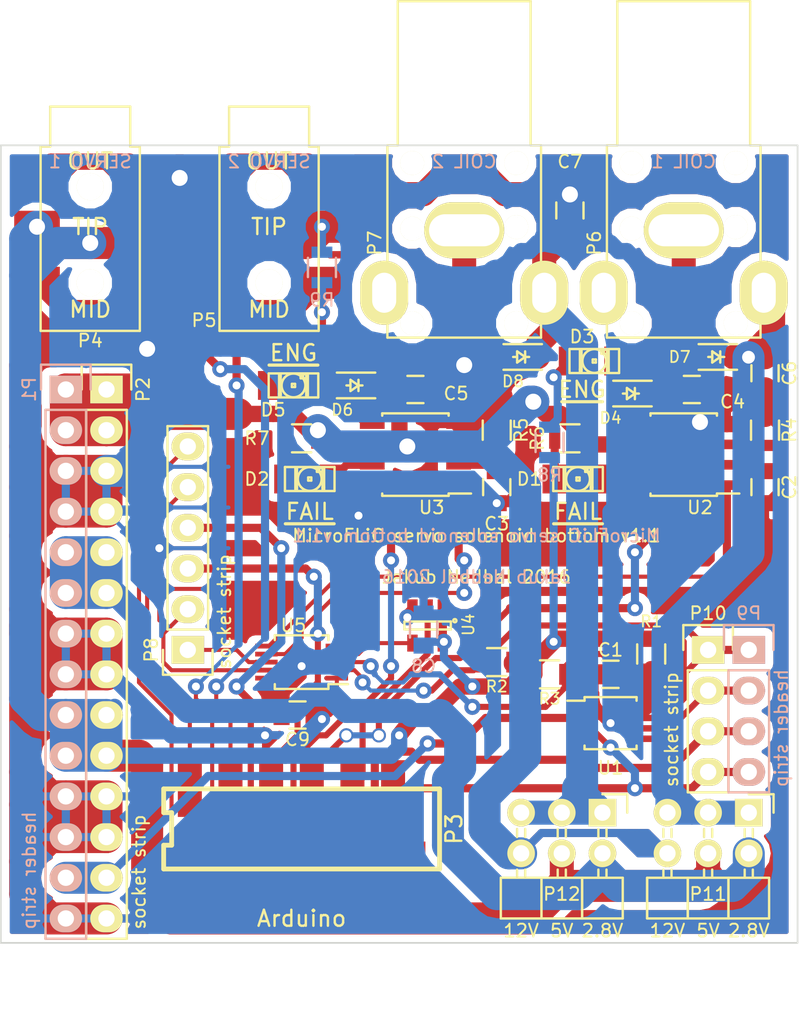
<source format=kicad_pcb>
(kicad_pcb (version 4) (host pcbnew 4.0.2-4+6225~38~ubuntu14.04.1-stable)
  (layers (0 F.Cu signal) (31 B.Cu signal) (34 B.Paste user) (35 F.Paste user) (36 B.SilkS user) (37 F.SilkS user) (38 B.Mask user) (39 F.Mask user) (44 Edge.Cuts user))
  (net 0 "")
  (net 1 +5VP)
  (net 2 GND)
  (net 3 +12V)
  (net 4 /shutterPWM/SHA_PWR)
  (net 5 /shutterPWM/SHB_PWR)
  (net 6 /shutterPWM/SHA_O/C)
  (net 7 /shutterPWM/SHB_O/C)
  (net 8 +2V5)
  (net 9 +3V3)
  (net 10 /SERVO3)
  (net 11 /SERVO4)
  (net 12 /SERVO1)
  (net 13 /SERVO2)
  (net 14 /shutterPWM/SH1)
  (net 15 /shutterPWM/SH2)
  (net 16 /shutterPWM/SH_~LDAC)
  (net 17 /I2C/SCL_3V3)
  (net 18 /I2C/SDA_3V3)
  (net 19 /shutterPWM/SH3_PWM)
  (net 20 /shutterPWM/SH4_PWM)
  (net 21 /I2C/SDA_5V)
  (net 22 /I2C/SCL_5V)
  (net 23 /shutterPWM/SH1_PWM)
  (net 24 /shutterPWM/SH2_PWM)
  (net 25 /shutterPWM/DA)
  (net 26 /shutterPWM/DB)
  (net 27 /shutterPWM/FA)
  (net 28 /shutterPWM/FB)
  (net 29 /shutterPWM/OA)
  (net 30 /shutterPWM/OB)
  (net 31 /SH3)
  (net 32 /SH4)
  (net 33 "Net-(C1-Pad1)")
  (net 34 /shutterPWM/FAIL_A)
  (net 35 /shutterPWM/FAIL_B)
  (net 36 /shutterPWM/EA1)
  (net 37 /shutterPWM/EA2)
  (net 38 /shutterPWM/EB1)
  (net 39 /shutterPWM/EB2)
  (net 40 "Net-(U4-Pad4)")
  (module Resistors_SMD:R_0805 (layer B.Cu) (at 120.142 107.696 90)
    (fp_text reference R9 (at -2.032 0 180) (layer B.SilkS) (effects (font (size 0.8 0.8) (thickness 0.12)) (justify mirror)))
    (fp_text value 3k hide)
    (pad 1 smd rect (at -0.95 0 90) (size 0.7 1.3) (layers B.Cu B.Paste B.Mask) (net 38 /shutterPWM/EB1))
    (pad 2 smd rect (at 0.95 0 90) (size 0.7 1.3) (layers B.Cu B.Paste B.Mask) (net 1 +5VP))
  )
  (module LEDs:LED-1206 (layer F.Cu) (at 137.16 113.538 180)
    (fp_text reference D3 (at 0.762 1.524 180) (layer F.SilkS) (effects (font (size 0.8 0.8) (thickness 0.12))))
    (fp_text value "LED YELLOW" hide)
    (pad 2 smd rect (at 1.41986 0) (size 1.59766 1.80086) (layers F.Cu F.Paste F.Mask) (net 36 /shutterPWM/EA1))
    (pad 1 smd rect (at -1.41986 0) (size 1.59766 1.80086) (layers F.Cu F.Paste F.Mask) (net 37 /shutterPWM/EA2))
  )
  (module LEDs:LED-1206 (layer F.Cu) (at 118.364 115.062 180)
    (fp_text reference D5 (at 1.27 -1.524 180) (layer F.SilkS) (effects (font (size 0.8 0.8) (thickness 0.12))))
    (fp_text value "LED YELLOW" hide)
    (pad 2 smd rect (at 1.41986 0) (size 1.59766 1.80086) (layers F.Cu F.Paste F.Mask) (net 38 /shutterPWM/EB1))
    (pad 1 smd rect (at -1.41986 0) (size 1.59766 1.80086) (layers F.Cu F.Paste F.Mask) (net 39 /shutterPWM/EB2))
  )
  (module LEDs:LED-1206 (layer F.Cu) (at 119.38 120.904 180)
    (fp_text reference D2 (at 3.302 0 180) (layer F.SilkS) (effects (font (size 0.8 0.8) (thickness 0.12))))
    (fp_text value "LED RED" hide)
    (pad 2 smd rect (at 1.41986 0) (size 1.59766 1.80086) (layers F.Cu F.Paste F.Mask) (net 28 /shutterPWM/FB))
    (pad 1 smd rect (at -1.41986 0) (size 1.59766 1.80086) (layers F.Cu F.Paste F.Mask) (net 35 /shutterPWM/FAIL_B))
  )
  (module LEDs:LED-1206 (layer F.Cu) (at 136.144 120.904 180)
    (fp_text reference D1 (at 3.048 0 360) (layer F.SilkS) (effects (font (size 0.8 0.8) (thickness 0.12))))
    (fp_text value "LED RED" hide)
    (pad 2 smd rect (at 1.41986 0) (size 1.59766 1.80086) (layers F.Cu F.Paste F.Mask) (net 27 /shutterPWM/FA))
    (pad 1 smd rect (at -1.41986 0) (size 1.59766 1.80086) (layers F.Cu F.Paste F.Mask) (net 34 /shutterPWM/FAIL_A))
  )
  (module Pin_Headers:Pin_Header_Angled_2x03 (layer F.Cu) (at 137.668 141.732 270)
    (fp_text reference P12 (at 5.08 2.54 360) (layer F.SilkS) (effects (font (size 0.8 0.8) (thickness 0.12))))
    (fp_text value "2x3 header strip R/A" hide)
    (pad 1 thru_hole rect (at 0 0 270) (size 1.7272 1.7272) (drill 1.016) (layers *.Cu *.Mask F.SilkS) (net 5 /shutterPWM/SHB_PWR))
    (pad 2 thru_hole oval (at 2.54 0 270) (size 1.7272 1.7272) (drill 1.016) (layers *.Cu *.Mask F.SilkS) (net 8 +2V5))
    (pad 3 thru_hole oval (at 0 2.54 270) (size 1.7272 1.7272) (drill 1.016) (layers *.Cu *.Mask F.SilkS) (net 5 /shutterPWM/SHB_PWR))
    (pad 4 thru_hole oval (at 2.54 2.54 270) (size 1.7272 1.7272) (drill 1.016) (layers *.Cu *.Mask F.SilkS) (net 1 +5VP))
    (pad 5 thru_hole oval (at 0 5.08 270) (size 1.7272 1.7272) (drill 1.016) (layers *.Cu *.Mask F.SilkS) (net 5 /shutterPWM/SHB_PWR))
    (pad 6 thru_hole oval (at 2.54 5.08 270) (size 1.7272 1.7272) (drill 1.016) (layers *.Cu *.Mask F.SilkS) (net 3 +12V))
  )
  (module Pin_Headers:Pin_Header_Angled_2x03 (layer F.Cu) (at 146.812 141.732 270)
    (fp_text reference P11 (at 5.08 2.54 540) (layer F.SilkS) (effects (font (size 0.8 0.8) (thickness 0.12))))
    (fp_text value "2x3 header strip R/A" hide)
    (pad 1 thru_hole rect (at 0 0 270) (size 1.7272 1.7272) (drill 1.016) (layers *.Cu *.Mask F.SilkS) (net 4 /shutterPWM/SHA_PWR))
    (pad 2 thru_hole oval (at 2.54 0 270) (size 1.7272 1.7272) (drill 1.016) (layers *.Cu *.Mask F.SilkS) (net 8 +2V5))
    (pad 3 thru_hole oval (at 0 2.54 270) (size 1.7272 1.7272) (drill 1.016) (layers *.Cu *.Mask F.SilkS) (net 4 /shutterPWM/SHA_PWR))
    (pad 4 thru_hole oval (at 2.54 2.54 270) (size 1.7272 1.7272) (drill 1.016) (layers *.Cu *.Mask F.SilkS) (net 1 +5VP))
    (pad 5 thru_hole oval (at 0 5.08 270) (size 1.7272 1.7272) (drill 1.016) (layers *.Cu *.Mask F.SilkS) (net 4 /shutterPWM/SHA_PWR))
    (pad 6 thru_hole oval (at 2.54 5.08 270) (size 1.7272 1.7272) (drill 1.016) (layers *.Cu *.Mask F.SilkS) (net 3 +12V))
  )
  (module jakub:PSG01544 (layer F.Cu) (at 142.748 100.076 270)
    (fp_text reference P6 (at 6.096 5.588 270) (layer F.SilkS) (effects (font (size 0.8 0.8) (thickness 0.12))))
    (fp_text value "RCA jack" hide)
    (pad "" np_thru_hole circle (at 11.1 -3.25 270) (size 1.5 1.5) (drill 1.5) (layers *.Cu *.Mask F.SilkS))
    (pad "" np_thru_hole circle (at 11.1 3.25 270) (size 1.5 1.5) (drill 1.5) (layers *.Cu *.Mask F.SilkS))
    (pad "" np_thru_hole circle (at 5.1 -3.25 270) (size 1.5 1.5) (drill 1.5) (layers *.Cu *.Mask F.SilkS))
    (pad "" np_thru_hole circle (at 5.2 3.25 270) (size 1.5 1.5) (drill 1.5) (layers *.Cu *.Mask F.SilkS))
    (pad "" np_thru_hole circle (at 1.1 -3.25 270) (size 1.5 1.5) (drill 1.5) (layers *.Cu *.Mask F.SilkS))
    (pad "" np_thru_hole circle (at 1.1 3.25 270) (size 1.5 1.5) (drill 1.5) (layers *.Cu *.Mask F.SilkS))
    (pad 2 thru_hole oval (at 9.2 -5 270) (size 4 3) (drill oval 2.5 1.5) (layers *.Cu *.Mask F.SilkS) (net 4 /shutterPWM/SHA_PWR))
    (pad 3 thru_hole oval (at 9.2 5 270) (size 4 3) (drill oval 2.5 1.5) (layers *.Cu *.Mask F.SilkS))
    (pad 1 thru_hole oval (at 5.3 0 270) (size 3.5 5) (drill oval 2 4.4) (layers *.Cu *.Mask F.SilkS) (net 6 /shutterPWM/SHA_O/C))
  )
  (module jakub:PSG01544 (layer F.Cu) (at 129.032 100.076 270)
    (fp_text reference P7 (at 6.096 5.588 270) (layer F.SilkS) (effects (font (size 0.8 0.8) (thickness 0.12))))
    (fp_text value "RCA jack" hide)
    (pad "" np_thru_hole circle (at 11.1 -3.25 270) (size 1.5 1.5) (drill 1.5) (layers *.Cu *.Mask F.SilkS))
    (pad "" np_thru_hole circle (at 11.1 3.25 270) (size 1.5 1.5) (drill 1.5) (layers *.Cu *.Mask F.SilkS))
    (pad "" np_thru_hole circle (at 5.1 -3.25 270) (size 1.5 1.5) (drill 1.5) (layers *.Cu *.Mask F.SilkS))
    (pad "" np_thru_hole circle (at 5.2 3.25 270) (size 1.5 1.5) (drill 1.5) (layers *.Cu *.Mask F.SilkS))
    (pad "" np_thru_hole circle (at 1.1 -3.25 270) (size 1.5 1.5) (drill 1.5) (layers *.Cu *.Mask F.SilkS))
    (pad "" np_thru_hole circle (at 1.1 3.25 270) (size 1.5 1.5) (drill 1.5) (layers *.Cu *.Mask F.SilkS))
    (pad 2 thru_hole oval (at 9.2 -5 270) (size 4 3) (drill oval 2.5 1.5) (layers *.Cu *.Mask F.SilkS) (net 5 /shutterPWM/SHB_PWR))
    (pad 3 thru_hole oval (at 9.2 5 270) (size 4 3) (drill oval 2.5 1.5) (layers *.Cu *.Mask F.SilkS))
    (pad 1 thru_hole oval (at 5.3 0 270) (size 3.5 5) (drill oval 2 4.4) (layers *.Cu *.Mask F.SilkS) (net 7 /shutterPWM/SHB_O/C))
  )
  (module Pin_Headers:Pin_Header_Straight_1x04 (layer B.Cu) (at 146.812 131.572 180)
    (fp_text reference P9 (at 0 2.286 360) (layer B.SilkS) (effects (font (size 0.8 0.8) (thickness 0.12)) (justify mirror)))
    (fp_text value "1x4 header strip" hide)
    (pad 1 thru_hole rect (at 0 0 180) (size 2.032 1.7272) (drill 1.016) (layers *.Cu *.Mask B.SilkS) (net 22 /I2C/SCL_5V))
    (pad 2 thru_hole oval (at 0 -2.54 180) (size 2.032 1.7272) (drill 1.016) (layers *.Cu *.Mask B.SilkS) (net 21 /I2C/SDA_5V))
    (pad 3 thru_hole oval (at 0 -5.08 180) (size 2.032 1.7272) (drill 1.016) (layers *.Cu *.Mask B.SilkS) (net 18 /I2C/SDA_3V3))
    (pad 4 thru_hole oval (at 0 -7.62 180) (size 2.032 1.7272) (drill 1.016) (layers *.Cu *.Mask B.SilkS) (net 17 /I2C/SCL_3V3))
  )
  (module Housings_SSOP:TSSOP-8_3x3mm_Pitch0.65mm (layer F.Cu) (at 138.176 136.144)
    (fp_text reference U1 (at 0 2.794) (layer F.SilkS) (effects (font (size 0.8 0.8) (thickness 0.12))))
    (fp_text value PCA9306DP hide)
    (pad 1 smd rect (at -2.15 -0.975) (size 1.1 0.4) (layers F.Cu F.Paste F.Mask) (net 2 GND))
    (pad 2 smd rect (at -2.15 -0.325) (size 1.1 0.4) (layers F.Cu F.Paste F.Mask) (net 9 +3V3))
    (pad 3 smd rect (at -2.15 0.325) (size 1.1 0.4) (layers F.Cu F.Paste F.Mask) (net 17 /I2C/SCL_3V3))
    (pad 4 smd rect (at -2.15 0.975) (size 1.1 0.4) (layers F.Cu F.Paste F.Mask) (net 18 /I2C/SDA_3V3))
    (pad 5 smd rect (at 2.15 0.975) (size 1.1 0.4) (layers F.Cu F.Paste F.Mask) (net 21 /I2C/SDA_5V))
    (pad 6 smd rect (at 2.15 0.325) (size 1.1 0.4) (layers F.Cu F.Paste F.Mask) (net 22 /I2C/SCL_5V))
    (pad 7 smd rect (at 2.15 -0.325) (size 1.1 0.4) (layers F.Cu F.Paste F.Mask) (net 33 "Net-(C1-Pad1)"))
    (pad 8 smd rect (at 2.15 -0.975) (size 1.1 0.4) (layers F.Cu F.Paste F.Mask) (net 33 "Net-(C1-Pad1)"))
  )
  (module Housings_SSOP:MSOP-10_3x3mm_Pitch0.5mm (layer F.Cu) (at 118.872 132.334 180)
    (fp_text reference U5 (at 0.508 2.286 180) (layer F.SilkS) (effects (font (size 0.8 0.8) (thickness 0.12))))
    (fp_text value MCP4728 hide)
    (pad 1 smd rect (at -2.2 -1 180) (size 1.4 0.3) (layers F.Cu F.Paste F.Mask) (net 1 +5VP))
    (pad 2 smd rect (at -2.2 -0.5 180) (size 1.4 0.3) (layers F.Cu F.Paste F.Mask) (net 22 /I2C/SCL_5V))
    (pad 3 smd rect (at -2.2 0 180) (size 1.4 0.3) (layers F.Cu F.Paste F.Mask) (net 21 /I2C/SDA_5V))
    (pad 4 smd rect (at -2.2 0.5 180) (size 1.4 0.3) (layers F.Cu F.Paste F.Mask) (net 40 "Net-(U4-Pad4)"))
    (pad 5 smd rect (at -2.2 1 180) (size 1.4 0.3) (layers F.Cu F.Paste F.Mask))
    (pad 6 smd rect (at 2.2 1 180) (size 1.4 0.3) (layers F.Cu F.Paste F.Mask) (net 23 /shutterPWM/SH1_PWM))
    (pad 7 smd rect (at 2.2 0.5 180) (size 1.4 0.3) (layers F.Cu F.Paste F.Mask) (net 24 /shutterPWM/SH2_PWM))
    (pad 8 smd rect (at 2.2 0 180) (size 1.4 0.3) (layers F.Cu F.Paste F.Mask) (net 19 /shutterPWM/SH3_PWM))
    (pad 9 smd rect (at 2.2 -0.5 180) (size 1.4 0.3) (layers F.Cu F.Paste F.Mask) (net 20 /shutterPWM/SH4_PWM))
    (pad 10 smd rect (at 2.2 -1 180) (size 1.4 0.3) (layers F.Cu F.Paste F.Mask) (net 2 GND))
  )
  (module jakub:MJ4435-R (layer F.Cu) (at 116.84 105.156 270)
    (fp_text reference P5 (at 5.842 4.064 360) (layer F.SilkS) (effects (font (size 0.8 0.8) (thickness 0.12))))
    (fp_text value "3.5mm jack" hide)
    (fp_text user MID (at 5.16 0 360) (layer F.SilkS))
    (fp_text user TIP (at 0 0 360) (layer F.SilkS))
    (fp_text user OUT (at -4.1 0 360) (layer F.SilkS))
    (pad "" np_thru_hole circle (at 3.5 0 270) (size 1.7 1.7) (drill 1.7) (layers *.Cu *.Mask F.SilkS))
    (pad "" np_thru_hole circle (at -2.5 0 270) (size 1.7 1.7) (drill 1.7) (layers *.Cu *.Mask F.SilkS))
    (pad 1 smd rect (at -3.2 -3.325 270) (size 2 2.85) (layers F.Cu F.Paste F.Mask) (net 2 GND))
    (pad 3 smd rect (at 0 -3.325 270) (size 2 2.85) (layers F.Cu F.Paste F.Mask) (net 1 +5VP))
    (pad 2 smd rect (at 3.5 -3.325 270) (size 2 2.85) (layers F.Cu F.Paste F.Mask) (net 13 /SERVO2))
    (pad 1 smd rect (at -3.2 3.325 270) (size 2 2.85) (layers F.Cu F.Paste F.Mask) (net 2 GND))
    (pad 3 smd rect (at 0 3.325 270) (size 2 2.85) (layers F.Cu F.Paste F.Mask) (net 1 +5VP))
    (pad 2 smd rect (at 3.5 3.325 270) (size 2 2.85) (layers F.Cu F.Paste F.Mask) (net 13 /SERVO2))
  )
  (module jakub:MJ4435-R (layer F.Cu) (at 105.664 105.156 270)
    (fp_text reference P4 (at 7.112 0 360) (layer F.SilkS) (effects (font (size 0.8 0.8) (thickness 0.12))))
    (fp_text value "3.5mm jack" hide)
    (fp_text user MID (at 5.16 0 360) (layer F.SilkS))
    (fp_text user TIP (at 0 0 360) (layer F.SilkS))
    (fp_text user OUT (at -4.1 0 360) (layer F.SilkS))
    (pad "" np_thru_hole circle (at 3.5 0 270) (size 1.7 1.7) (drill 1.7) (layers *.Cu *.Mask F.SilkS))
    (pad "" np_thru_hole circle (at -2.5 0 270) (size 1.7 1.7) (drill 1.7) (layers *.Cu *.Mask F.SilkS))
    (pad 1 smd rect (at -3.2 -3.325 270) (size 2 2.85) (layers F.Cu F.Paste F.Mask) (net 2 GND))
    (pad 3 smd rect (at 0 -3.325 270) (size 2 2.85) (layers F.Cu F.Paste F.Mask) (net 1 +5VP))
    (pad 2 smd rect (at 3.5 -3.325 270) (size 2 2.85) (layers F.Cu F.Paste F.Mask) (net 12 /SERVO1))
    (pad 1 smd rect (at -3.2 3.325 270) (size 2 2.85) (layers F.Cu F.Paste F.Mask) (net 2 GND))
    (pad 3 smd rect (at 0 3.325 270) (size 2 2.85) (layers F.Cu F.Paste F.Mask) (net 1 +5VP))
    (pad 2 smd rect (at 3.5 3.325 270) (size 2 2.85) (layers F.Cu F.Paste F.Mask) (net 12 /SERVO1))
  )
  (module Housings_SOIC:SOIC-8_3.9x4.9mm_Pitch1.27mm (layer F.Cu) (at 142.748 119.38 180)
    (fp_text reference U2 (at -1.016 -3.302 180) (layer F.SilkS) (effects (font (size 0.8 0.8) (thickness 0.12))))
    (fp_text value DRV103 hide)
    (pad 1 smd rect (at -2.7 -1.905 180) (size 1.55 0.6) (layers F.Cu F.Paste F.Mask) (net 23 /shutterPWM/SH1_PWM))
    (pad 2 smd rect (at -2.7 -0.635 180) (size 1.55 0.6) (layers F.Cu F.Paste F.Mask) (net 25 /shutterPWM/DA))
    (pad 3 smd rect (at -2.7 0.635 180) (size 1.55 0.6) (layers F.Cu F.Paste F.Mask) (net 29 /shutterPWM/OA))
    (pad 4 smd rect (at -2.7 1.905 180) (size 1.55 0.6) (layers F.Cu F.Paste F.Mask) (net 2 GND))
    (pad 5 smd rect (at 2.7 1.905 180) (size 1.55 0.6) (layers F.Cu F.Paste F.Mask) (net 6 /shutterPWM/SHA_O/C))
    (pad 6 smd rect (at 2.7 0.635 180) (size 1.55 0.6) (layers F.Cu F.Paste F.Mask) (net 3 +12V))
    (pad 7 smd rect (at 2.7 -0.635 180) (size 1.55 0.6) (layers F.Cu F.Paste F.Mask) (net 34 /shutterPWM/FAIL_A))
    (pad 8 smd rect (at 2.7 -1.905 180) (size 1.55 0.6) (layers F.Cu F.Paste F.Mask) (net 14 /shutterPWM/SH1))
  )
  (module Housings_SOIC:SOIC-8_3.9x4.9mm_Pitch1.27mm (layer F.Cu) (at 125.984 119.38 180)
    (fp_text reference U3 (at -1.016 -3.302 180) (layer F.SilkS) (effects (font (size 0.8 0.8) (thickness 0.12))))
    (fp_text value DRV103 hide)
    (pad 1 smd rect (at -2.7 -1.905 180) (size 1.55 0.6) (layers F.Cu F.Paste F.Mask) (net 24 /shutterPWM/SH2_PWM))
    (pad 2 smd rect (at -2.7 -0.635 180) (size 1.55 0.6) (layers F.Cu F.Paste F.Mask) (net 26 /shutterPWM/DB))
    (pad 3 smd rect (at -2.7 0.635 180) (size 1.55 0.6) (layers F.Cu F.Paste F.Mask) (net 30 /shutterPWM/OB))
    (pad 4 smd rect (at -2.7 1.905 180) (size 1.55 0.6) (layers F.Cu F.Paste F.Mask) (net 2 GND))
    (pad 5 smd rect (at 2.7 1.905 180) (size 1.55 0.6) (layers F.Cu F.Paste F.Mask) (net 7 /shutterPWM/SHB_O/C))
    (pad 6 smd rect (at 2.7 0.635 180) (size 1.55 0.6) (layers F.Cu F.Paste F.Mask) (net 3 +12V))
    (pad 7 smd rect (at 2.7 -0.635 180) (size 1.55 0.6) (layers F.Cu F.Paste F.Mask) (net 35 /shutterPWM/FAIL_B))
    (pad 8 smd rect (at 2.7 -1.905 180) (size 1.55 0.6) (layers F.Cu F.Paste F.Mask) (net 15 /shutterPWM/SH2))
  )
  (module Capacitors_SMD:C_0805 (layer F.Cu) (at 138.176 133.096 180)
    (fp_text reference C1 (at 0 1.524 360) (layer F.SilkS) (effects (font (size 0.8 0.8) (thickness 0.12))))
    (fp_text value 100p hide)
    (pad 1 smd rect (at -1 0 180) (size 1 1.25) (layers F.Cu F.Paste F.Mask) (net 33 "Net-(C1-Pad1)"))
    (pad 2 smd rect (at 1 0 180) (size 1 1.25) (layers F.Cu F.Paste F.Mask) (net 2 GND))
  )
  (module Capacitors_SMD:C_0805 (layer F.Cu) (at 147.828 121.412 90)
    (fp_text reference C2 (at 0 1.524 90) (layer F.SilkS) (effects (font (size 0.8 0.8) (thickness 0.12))))
    (fp_text value 10n hide)
    (pad 1 smd rect (at -1 0 90) (size 1 1.25) (layers F.Cu F.Paste F.Mask) (net 2 GND))
    (pad 2 smd rect (at 1 0 90) (size 1 1.25) (layers F.Cu F.Paste F.Mask) (net 25 /shutterPWM/DA))
  )
  (module Capacitors_SMD:C_0805 (layer F.Cu) (at 131.064 121.412 90)
    (fp_text reference C3 (at -2.286 0 180) (layer F.SilkS) (effects (font (size 0.8 0.8) (thickness 0.12))))
    (fp_text value 10n hide)
    (pad 1 smd rect (at -1 0 90) (size 1 1.25) (layers F.Cu F.Paste F.Mask) (net 2 GND))
    (pad 2 smd rect (at 1 0 90) (size 1 1.25) (layers F.Cu F.Paste F.Mask) (net 26 /shutterPWM/DB))
  )
  (module Capacitors_SMD:C_0805 (layer F.Cu) (at 143.256 115.316 180)
    (fp_text reference C4 (at -2.54 -0.762 180) (layer F.SilkS) (effects (font (size 0.8 0.8) (thickness 0.12))))
    (fp_text value 4u7/25V hide)
    (pad 1 smd rect (at -1 0 180) (size 1 1.25) (layers F.Cu F.Paste F.Mask) (net 2 GND))
    (pad 2 smd rect (at 1 0 180) (size 1 1.25) (layers F.Cu F.Paste F.Mask) (net 3 +12V))
  )
  (module Capacitors_SMD:C_0805 (layer F.Cu) (at 125.984 115.316 180)
    (fp_text reference C5 (at -2.54 -0.254 180) (layer F.SilkS) (effects (font (size 0.8 0.8) (thickness 0.12))))
    (fp_text value 4u7/25V hide)
    (pad 1 smd rect (at -1 0 180) (size 1 1.25) (layers F.Cu F.Paste F.Mask) (net 2 GND))
    (pad 2 smd rect (at 1 0 180) (size 1 1.25) (layers F.Cu F.Paste F.Mask) (net 3 +12V))
  )
  (module Capacitors_SMD:C_0805 (layer F.Cu) (at 147.828 114.3 90)
    (fp_text reference C6 (at 0 1.524 270) (layer F.SilkS) (effects (font (size 0.8 0.8) (thickness 0.12))))
    (fp_text value 4u7/25V hide)
    (pad 1 smd rect (at -1 0 90) (size 1 1.25) (layers F.Cu F.Paste F.Mask) (net 2 GND))
    (pad 2 smd rect (at 1 0 90) (size 1 1.25) (layers F.Cu F.Paste F.Mask) (net 4 /shutterPWM/SHA_PWR))
  )
  (module Capacitors_SMD:C_0805 (layer F.Cu) (at 135.636 104.14 270)
    (fp_text reference C7 (at -3.048 0 360) (layer F.SilkS) (effects (font (size 0.8 0.8) (thickness 0.12))))
    (fp_text value 4u7/25V hide)
    (pad 1 smd rect (at -1 0 270) (size 1 1.25) (layers F.Cu F.Paste F.Mask) (net 2 GND))
    (pad 2 smd rect (at 1 0 270) (size 1 1.25) (layers F.Cu F.Paste F.Mask) (net 5 /shutterPWM/SHB_PWR))
  )
  (module Capacitors_SMD:C_0805 (layer F.Cu) (at 118.618 135.636)
    (fp_text reference C9 (at 0 1.524) (layer F.SilkS) (effects (font (size 0.8 0.8) (thickness 0.12))))
    (fp_text value 100n hide)
    (pad 1 smd rect (at -1 0) (size 1 1.25) (layers F.Cu F.Paste F.Mask) (net 2 GND))
    (pad 2 smd rect (at 1 0) (size 1 1.25) (layers F.Cu F.Paste F.Mask) (net 1 +5VP))
  )
  (module Resistors_SMD:R_0805 (layer F.Cu) (at 147.828 117.856 270)
    (fp_text reference R4 (at 0 -1.524 270) (layer F.SilkS) (effects (font (size 0.8 0.8) (thickness 0.12))))
    (fp_text value 270k hide)
    (pad 1 smd rect (at -0.95 0 270) (size 0.7 1.3) (layers F.Cu F.Paste F.Mask) (net 2 GND))
    (pad 2 smd rect (at 0.95 0 270) (size 0.7 1.3) (layers F.Cu F.Paste F.Mask) (net 29 /shutterPWM/OA))
  )
  (module Resistors_SMD:R_0805 (layer F.Cu) (at 131.064 117.856 270)
    (fp_text reference R5 (at 0 -1.524 270) (layer F.SilkS) (effects (font (size 0.8 0.8) (thickness 0.12))))
    (fp_text value 270k hide)
    (pad 1 smd rect (at -0.95 0 270) (size 0.7 1.3) (layers F.Cu F.Paste F.Mask) (net 2 GND))
    (pad 2 smd rect (at 0.95 0 270) (size 0.7 1.3) (layers F.Cu F.Paste F.Mask) (net 30 /shutterPWM/OB))
  )
  (module Resistors_SMD:R_0805 (layer F.Cu) (at 135.636 118.364)
    (fp_text reference R6 (at -2.032 0 90) (layer F.SilkS) (effects (font (size 0.8 0.8) (thickness 0.12))))
    (fp_text value 10k hide)
    (pad 1 smd rect (at -0.95 0) (size 0.7 1.3) (layers F.Cu F.Paste F.Mask) (net 27 /shutterPWM/FA))
    (pad 2 smd rect (at 0.95 0) (size 0.7 1.3) (layers F.Cu F.Paste F.Mask) (net 3 +12V))
  )
  (module Resistors_SMD:R_0805 (layer F.Cu) (at 118.872 118.364)
    (fp_text reference R7 (at -2.794 0) (layer F.SilkS) (effects (font (size 0.8 0.8) (thickness 0.12))))
    (fp_text value 10k hide)
    (pad 1 smd rect (at -0.95 0) (size 0.7 1.3) (layers F.Cu F.Paste F.Mask) (net 28 /shutterPWM/FB))
    (pad 2 smd rect (at 0.95 0) (size 0.7 1.3) (layers F.Cu F.Paste F.Mask) (net 3 +12V))
  )
  (module Resistors_SMD:R_0805 (layer B.Cu) (at 134.366 118.618 270)
    (fp_text reference R8 (at 2.032 0 360) (layer B.SilkS) (effects (font (size 0.8 0.8) (thickness 0.12)) (justify mirror)))
    (fp_text value 3k hide)
    (pad 1 smd rect (at -0.95 0 270) (size 0.7 1.3) (layers B.Cu B.Paste B.Mask) (net 36 /shutterPWM/EA1))
    (pad 2 smd rect (at 0.95 0 270) (size 0.7 1.3) (layers B.Cu B.Paste B.Mask) (net 1 +5VP))
  )
  (module jakub:1-188275-2 (layer F.Cu) (at 118.872 142.748)
    (fp_text reference P3 (at 9.525 0 90) (layer F.SilkS))
    (fp_text value "12-way Micro-MaTch" hide)
    (pad 1 smd rect (at -6.985 -2.5) (size 1.5 3.5) (layers F.Cu F.Paste F.Mask) (net 10 /SERVO3))
    (pad 2 smd rect (at -5.715 2.5) (size 1.5 3.5) (layers F.Cu F.Paste F.Mask) (net 11 /SERVO4))
    (pad 3 smd rect (at -4.445 -2.5) (size 1.5 3.5) (layers F.Cu F.Paste F.Mask) (net 12 /SERVO1))
    (pad 4 smd rect (at -3.175 2.5) (size 1.5 3.5) (layers F.Cu F.Paste F.Mask) (net 13 /SERVO2))
    (pad 5 smd rect (at -1.905 -2.5) (size 1.5 3.5) (layers F.Cu F.Paste F.Mask) (net 31 /SH3))
    (pad 6 smd rect (at -0.635 2.5) (size 1.5 3.5) (layers F.Cu F.Paste F.Mask) (net 32 /SH4))
    (pad 7 smd rect (at 0.635 -2.5) (size 1.5 3.5) (layers F.Cu F.Paste F.Mask) (net 14 /shutterPWM/SH1))
    (pad 8 smd rect (at 1.905 2.5) (size 1.5 3.5) (layers F.Cu F.Paste F.Mask) (net 15 /shutterPWM/SH2))
    (pad 9 smd rect (at 3.175 -2.54) (size 1.5 3.5) (layers F.Cu F.Paste F.Mask) (net 16 /shutterPWM/SH_~LDAC))
    (pad 10 smd rect (at 4.445 2.5) (size 1.5 3.5) (layers F.Cu F.Paste F.Mask))
    (pad 11 smd rect (at 5.715 -2.54) (size 1.5 3.5) (layers F.Cu F.Paste F.Mask) (net 17 /I2C/SCL_3V3))
    (pad 12 smd rect (at 6.985 2.54) (size 1.5 3.5) (layers F.Cu F.Paste F.Mask) (net 18 /I2C/SDA_3V3))
  )
  (module Pin_Headers:Pin_Header_Straight_1x14 (layer B.Cu) (at 104.14 115.316 180)
    (fp_text reference P1 (at 2.286 0 270) (layer B.SilkS) (effects (font (size 0.8 0.8) (thickness 0.12)) (justify mirror)))
    (fp_text value "1x14 header strip" hide)
    (pad 1 thru_hole rect (at 0 0 180) (size 2.032 1.7272) (drill 1.016) (layers *.Cu *.Mask B.SilkS) (net 3 +12V))
    (pad 2 thru_hole oval (at 0 -2.54 180) (size 2.032 1.7272) (drill 1.016) (layers *.Cu *.Mask B.SilkS) (net 3 +12V))
    (pad 3 thru_hole oval (at 0 -5.08 180) (size 2.032 1.7272) (drill 1.016) (layers *.Cu *.Mask B.SilkS) (net 2 GND))
    (pad 4 thru_hole oval (at 0 -7.62 180) (size 2.032 1.7272) (drill 1.016) (layers *.Cu *.Mask B.SilkS) (net 2 GND))
    (pad 5 thru_hole oval (at 0 -10.16 180) (size 2.032 1.7272) (drill 1.016) (layers *.Cu *.Mask B.SilkS) (net 8 +2V5))
    (pad 6 thru_hole oval (at 0 -12.7 180) (size 2.032 1.7272) (drill 1.016) (layers *.Cu *.Mask B.SilkS) (net 8 +2V5))
    (pad 7 thru_hole oval (at 0 -15.24 180) (size 2.032 1.7272) (drill 1.016) (layers *.Cu *.Mask B.SilkS) (net 2 GND))
    (pad 8 thru_hole oval (at 0 -17.78 180) (size 2.032 1.7272) (drill 1.016) (layers *.Cu *.Mask B.SilkS) (net 2 GND))
    (pad 9 thru_hole oval (at 0 -20.32 180) (size 2.032 1.7272) (drill 1.016) (layers *.Cu *.Mask B.SilkS) (net 1 +5VP))
    (pad 10 thru_hole oval (at 0 -22.86 180) (size 2.032 1.7272) (drill 1.016) (layers *.Cu *.Mask B.SilkS) (net 1 +5VP))
    (pad 11 thru_hole oval (at 0 -25.4 180) (size 2.032 1.7272) (drill 1.016) (layers *.Cu *.Mask B.SilkS) (net 2 GND))
    (pad 12 thru_hole oval (at 0 -27.94 180) (size 2.032 1.7272) (drill 1.016) (layers *.Cu *.Mask B.SilkS) (net 2 GND))
    (pad 13 thru_hole oval (at 0 -30.48 180) (size 2.032 1.7272) (drill 1.016) (layers *.Cu *.Mask B.SilkS) (net 9 +3V3))
    (pad 14 thru_hole oval (at 0 -33.02 180) (size 2.032 1.7272) (drill 1.016) (layers *.Cu *.Mask B.SilkS) (net 2 GND))
  )
  (module jakub:ESQ-114-33-G-S (layer F.Cu) (at 106.68 115.316)
    (fp_text reference P2 (at 2.286 0 270) (layer F.SilkS) (effects (font (size 0.8 0.8) (thickness 0.12))))
    (fp_text value "1x14 socket strip" hide)
    (pad 1 thru_hole rect (at 0 0) (size 2.032 1.7272) (drill 1.016) (layers *.Cu *.Mask F.SilkS) (net 3 +12V))
    (pad 2 thru_hole oval (at 0 2.54) (size 2.032 1.7272) (drill 1.016) (layers *.Cu *.Mask F.SilkS) (net 3 +12V))
    (pad 3 thru_hole oval (at 0 5.08) (size 2.032 1.7272) (drill 1.016) (layers *.Cu *.Mask F.SilkS) (net 2 GND))
    (pad 4 thru_hole oval (at 0 7.62) (size 2.032 1.7272) (drill 1.016) (layers *.Cu *.Mask F.SilkS) (net 2 GND))
    (pad 5 thru_hole oval (at 0 10.16) (size 2.032 1.7272) (drill 1.016) (layers *.Cu *.Mask F.SilkS) (net 8 +2V5))
    (pad 6 thru_hole oval (at 0 12.7) (size 2.032 1.7272) (drill 1.016) (layers *.Cu *.Mask F.SilkS) (net 8 +2V5))
    (pad 7 thru_hole oval (at 0 15.24) (size 2.032 1.7272) (drill 1.016) (layers *.Cu *.Mask F.SilkS) (net 2 GND))
    (pad 8 thru_hole oval (at 0 17.78) (size 2.032 1.7272) (drill 1.016) (layers *.Cu *.Mask F.SilkS) (net 2 GND))
    (pad 9 thru_hole oval (at 0 20.32) (size 2.032 1.7272) (drill 1.016) (layers *.Cu *.Mask F.SilkS) (net 1 +5VP))
    (pad 10 thru_hole oval (at 0 22.86) (size 2.032 1.7272) (drill 1.016) (layers *.Cu *.Mask F.SilkS) (net 1 +5VP))
    (pad 11 thru_hole oval (at 0 25.4) (size 2.032 1.7272) (drill 1.016) (layers *.Cu *.Mask F.SilkS) (net 2 GND))
    (pad 12 thru_hole oval (at 0 27.94) (size 2.032 1.7272) (drill 1.016) (layers *.Cu *.Mask F.SilkS) (net 2 GND))
    (pad 13 thru_hole oval (at 0 30.48) (size 2.032 1.7272) (drill 1.016) (layers *.Cu *.Mask F.SilkS) (net 9 +3V3))
    (pad 14 thru_hole oval (at 0 33.02) (size 2.032 1.7272) (drill 1.016) (layers *.Cu *.Mask F.SilkS) (net 2 GND))
  )
  (module jakub:ESQ-106-33-G-S (layer F.Cu) (at 111.76 131.572 90)
    (fp_text reference P8 (at 0 -2.286 270) (layer F.SilkS) (effects (font (size 0.8 0.8) (thickness 0.12))))
    (fp_text value "1x6 socket strip" hide)
    (pad 1 thru_hole rect (at 0 0 90) (size 1.7272 2.032) (drill 1.016) (layers *.Cu *.Mask F.SilkS) (net 19 /shutterPWM/SH3_PWM))
    (pad 2 thru_hole oval (at 2.54 0 90) (size 1.7272 2.032) (drill 1.016) (layers *.Cu *.Mask F.SilkS) (net 20 /shutterPWM/SH4_PWM))
    (pad 3 thru_hole oval (at 5.08 0 90) (size 1.7272 2.032) (drill 1.016) (layers *.Cu *.Mask F.SilkS) (net 31 /SH3))
    (pad 4 thru_hole oval (at 7.62 0 90) (size 1.7272 2.032) (drill 1.016) (layers *.Cu *.Mask F.SilkS) (net 32 /SH4))
    (pad 5 thru_hole oval (at 10.16 0 90) (size 1.7272 2.032) (drill 1.016) (layers *.Cu *.Mask F.SilkS) (net 10 /SERVO3))
    (pad 6 thru_hole oval (at 12.7 0 90) (size 1.7272 2.032) (drill 1.016) (layers *.Cu *.Mask F.SilkS) (net 11 /SERVO4))
  )
  (module jakub:ESQ-104-33-G-S (layer F.Cu) (at 144.272 131.572 270)
    (fp_text reference P10 (at -2.286 0 360) (layer F.SilkS) (effects (font (size 0.8 0.8) (thickness 0.12))))
    (fp_text value "1x4 socket strip" hide)
    (pad 1 thru_hole rect (at 0 0 270) (size 1.7272 2.032) (drill 1.016) (layers *.Cu *.Mask F.SilkS) (net 22 /I2C/SCL_5V))
    (pad 2 thru_hole oval (at 2.54 0 270) (size 1.7272 2.032) (drill 1.016) (layers *.Cu *.Mask F.SilkS) (net 21 /I2C/SDA_5V))
    (pad 3 thru_hole oval (at 5.08 0 270) (size 1.7272 2.032) (drill 1.016) (layers *.Cu *.Mask F.SilkS) (net 18 /I2C/SDA_3V3))
    (pad 4 thru_hole oval (at 7.62 0 270) (size 1.7272 2.032) (drill 1.016) (layers *.Cu *.Mask F.SilkS) (net 17 /I2C/SCL_3V3))
  )
  (module Resistors_SMD:R_0805 (layer F.Cu) (at 140.716 131.826 270)
    (fp_text reference R1 (at -2.032 0 360) (layer F.SilkS) (effects (font (size 0.7 0.7) (thickness 0.11))))
    (fp_text value 270k)
    (pad 1 smd rect (at -0.95 0 270) (size 0.7 1.3) (layers F.Cu F.Paste F.Mask) (net 1 +5VP))
    (pad 2 smd rect (at 0.95 0 270) (size 0.7 1.3) (layers F.Cu F.Paste F.Mask) (net 33 "Net-(C1-Pad1)"))
  )
  (module Resistors_SMD:R_0805 (layer F.Cu) (at 131.064 132.334 180)
    (fp_text reference R2 (at 0 -1.524 180) (layer F.SilkS) (effects (font (size 0.7 0.7) (thickness 0.11))))
    (fp_text value 1k5)
    (pad 1 smd rect (at -0.95 0 180) (size 0.7 1.3) (layers F.Cu F.Paste F.Mask) (net 1 +5VP))
    (pad 2 smd rect (at 0.95 0 180) (size 0.7 1.3) (layers F.Cu F.Paste F.Mask) (net 22 /I2C/SCL_5V))
  )
  (module Resistors_SMD:R_0805 (layer F.Cu) (at 134.366 133.096)
    (fp_text reference R3 (at 0 1.524) (layer F.SilkS) (effects (font (size 0.7 0.7) (thickness 0.11))))
    (fp_text value 1k5)
    (pad 1 smd rect (at -0.95 0) (size 0.7 1.3) (layers F.Cu F.Paste F.Mask) (net 1 +5VP))
    (pad 2 smd rect (at 0.95 0) (size 0.7 1.3) (layers F.Cu F.Paste F.Mask) (net 21 /I2C/SDA_5V))
  )
  (module Capacitors_SMD:C_0805 (layer B.Cu) (at 126.492 130.302 270)
    (fp_text reference C8 (at 2.286 0 360) (layer B.SilkS) (effects (font (size 0.8 0.8) (thickness 0.12)) (justify mirror)))
    (fp_text value 100n)
    (pad 1 smd rect (at -1 0 270) (size 1 1.25) (layers B.Cu B.Paste B.Mask) (net 2 GND))
    (pad 2 smd rect (at 1 0 270) (size 1 1.25) (layers B.Cu B.Paste B.Mask) (net 1 +5VP))
  )
  (module TO_SOT_Packages_SMD:SOT-23-5 (layer F.Cu) (at 126.746 130.048 270)
    (fp_text reference U4 (at -0.05 -2.55 270) (layer F.SilkS) (effects (font (size 0.7 0.7) (thickness 0.11))))
    (fp_text value 74HCT1G125)
    (pad 1 smd rect (at -1.1 -0.95 270) (size 1.06 0.65) (layers F.Cu F.Paste F.Mask) (net 1 +5VP))
    (pad 2 smd rect (at -1.1 0 270) (size 1.06 0.65) (layers F.Cu F.Paste F.Mask) (net 16 /shutterPWM/SH_~LDAC))
    (pad 3 smd rect (at -1.1 0.95 270) (size 1.06 0.65) (layers F.Cu F.Paste F.Mask) (net 2 GND))
    (pad 4 smd rect (at 1.1 0.95 270) (size 1.06 0.65) (layers F.Cu F.Paste F.Mask) (net 40 "Net-(U4-Pad4)"))
    (pad 5 smd rect (at 1.1 -0.95 270) (size 1.06 0.65) (layers F.Cu F.Paste F.Mask) (net 1 +5VP))
  )
  (module jakub:SOD-323 (layer F.Cu) (at 139.446 115.57 180)
    (fp_text reference D4 (at 1.27 -1.524 180) (layer F.SilkS) (effects (font (size 0.7 0.7) (thickness 0.11))))
    (fp_text value 1N4148)
    (pad 1 smd rect (at -1.055 0 180) (size 0.9 0.9) (layers F.Cu F.Paste F.Mask) (net 6 /shutterPWM/SHA_O/C))
    (pad 2 smd rect (at 1.055 0 180) (size 0.9 0.9) (layers F.Cu F.Paste F.Mask) (net 37 /shutterPWM/EA2))
  )
  (module jakub:SOD-323 (layer F.Cu) (at 122.174 115.062 180)
    (fp_text reference D6 (at 0.762 -1.524 180) (layer F.SilkS) (effects (font (size 0.7 0.7) (thickness 0.11))))
    (fp_text value 1N4148)
    (pad 1 smd rect (at -1.055 0 180) (size 0.9 0.9) (layers F.Cu F.Paste F.Mask) (net 7 /shutterPWM/SHB_O/C))
    (pad 2 smd rect (at 1.055 0 180) (size 0.9 0.9) (layers F.Cu F.Paste F.Mask) (net 39 /shutterPWM/EB2))
  )
  (module jakub:SOD-323 (layer F.Cu) (at 144.78 113.284 180)
    (fp_text reference D7 (at 2.286 0 180) (layer F.SilkS) (effects (font (size 0.7 0.7) (thickness 0.11))))
    (fp_text value 1N4148)
    (pad 1 smd rect (at -1.055 0 180) (size 0.9 0.9) (layers F.Cu F.Paste F.Mask) (net 4 /shutterPWM/SHA_PWR))
    (pad 2 smd rect (at 1.055 0 180) (size 0.9 0.9) (layers F.Cu F.Paste F.Mask) (net 6 /shutterPWM/SHA_O/C))
  )
  (module jakub:SOD-323 (layer F.Cu) (at 132.588 113.284 180)
    (fp_text reference D8 (at 0.508 -1.524 180) (layer F.SilkS) (effects (font (size 0.7 0.7) (thickness 0.11))))
    (fp_text value 1N4148)
    (pad 1 smd rect (at -1.055 0 180) (size 0.9 0.9) (layers F.Cu F.Paste F.Mask) (net 5 /shutterPWM/SHB_PWR))
    (pad 2 smd rect (at 1.055 0 180) (size 0.9 0.9) (layers F.Cu F.Paste F.Mask) (net 7 /shutterPWM/SHB_O/C))
  )
  (gr_line (start 134.62 123.698) (end 137.668 123.698) (angle 90) (layer F.SilkS) (width 0.2))
  (gr_line (start 116.84 113.792) (end 119.888 113.792) (angle 90) (layer F.SilkS) (width 0.2))
  (gr_line (start 117.856 123.698) (end 120.904 123.698) (angle 90) (layer F.SilkS) (width 0.2))
  (gr_text "MicroFLiC servo solenoid bottom v1.1\n\nJakub Nedbal 2016" (at 129.794 125.73) (layer F.SilkS) (effects (font (size 0.8 0.8) (thickness 0.12))))
  (gr_text "MicroFLiC servo solenoid bottom v1.1\n\nJakub Nedbal 2016" (at 129.794 125.73) (layer B.SilkS) (effects (font (size 0.8 0.8) (thickness 0.12)) (justify mirror)))
  (gr_text "header strip" (at 148.844 140.208 90) (layer B.SilkS) (effects (font (size 0.8 0.8) (thickness 0.12)) (justify right mirror)))
  (gr_text "socket strip" (at 141.986 140.208 90) (layer F.SilkS) (effects (font (size 0.8 0.8) (thickness 0.12)) (justify left)))
  (gr_text "SERVO 2" (at 116.84 101.092) (layer B.SilkS) (effects (font (size 0.8 0.8) (thickness 0.12)) (justify mirror)))
  (gr_text "SERVO 1" (at 105.664 101.092) (layer B.SilkS) (effects (font (size 0.8 0.8) (thickness 0.12)) (justify mirror)))
  (gr_text "COIL 1" (at 142.748 101.092) (layer B.SilkS) (effects (font (size 0.8 0.8) (thickness 0.12)) (justify mirror)))
  (gr_text "COIL 2" (at 129.032 101.092) (layer B.SilkS) (effects (font (size 0.8 0.8) (thickness 0.12)) (justify mirror)))
  (gr_text Arduino (at 118.872 148.336) (layer F.SilkS) (effects (font (size 1 1))))
  (gr_text "socket strip" (at 108.712 149.098 90) (layer F.SilkS) (effects (font (size 0.8 0.8) (thickness 0.12)) (justify left)))
  (gr_text "socket strip" (at 114.046 132.842 90) (layer F.SilkS) (effects (font (size 0.8 0.8) (thickness 0.12)) (justify left)))
  (gr_text "header strip" (at 101.854 149.098 90) (layer B.SilkS) (effects (font (size 0.8 0.8) (thickness 0.12)) (justify right mirror)))
  (gr_text 12V (at 141.732 149.098) (layer F.SilkS) (effects (font (size 0.8 0.8) (thickness 0.12))))
  (gr_text 5V (at 144.272 149.098) (layer F.SilkS) (effects (font (size 0.8 0.8) (thickness 0.12))))
  (gr_text 2.8V (at 146.812 149.098) (layer F.SilkS) (effects (font (size 0.8 0.8) (thickness 0.12))))
  (gr_text 2.8V (at 137.668 149.098) (layer F.SilkS) (effects (font (size 0.8 0.8) (thickness 0.12))))
  (gr_text 5V (at 135.128 149.098) (layer F.SilkS) (effects (font (size 0.8 0.8) (thickness 0.12))))
  (gr_text 12V (at 132.588 149.098) (layer F.SilkS) (effects (font (size 0.8 0.8) (thickness 0.12))))
  (gr_line (start 135.128 116.078) (end 137.668 116.078) (angle 90) (layer F.SilkS) (width 0.2))
  (gr_text ENG (at 136.398 115.316) (layer F.SilkS) (effects (font (size 1 1))))
  (gr_text FAIL (at 136.144 122.936) (layer F.SilkS) (effects (font (size 1 1))))
  (gr_text ENG (at 118.364 113.03) (layer F.SilkS) (effects (font (size 1 1))))
  (gr_text FAIL (at 119.38 122.936) (layer F.SilkS) (effects (font (size 1 1))))
  (gr_line (start 149.86 100.076) (end 149.86 149.86) (angle 90) (layer Edge.Cuts) (width 0.1))
  (gr_line (start 100.076 100.076) (end 149.86 100.076) (angle 90) (layer Edge.Cuts) (width 0.1))
  (gr_line (start 100.076 149.86) (end 149.86 149.86) (angle 90) (layer Edge.Cuts) (width 0.1))
  (gr_line (start 100.076 100.076) (end 100.076 149.86) (angle 90) (layer Edge.Cuts) (width 0.1))
  (segment (start 127.696 128.948) (end 127.696 131.148) (width 0.508) (layer F.Cu) (net 1))
  (segment (start 127.762 131.064) (end 127.762 132.08) (width 0.508) (layer B.Cu) (net 1))
  (segment (start 127.762 132.08) (end 129.54 133.858) (width 0.508) (layer B.Cu) (net 1))
  (segment (start 120.142 106.746) (end 120.142 105.156) (width 0.508) (layer B.Cu) (net 1))
  (segment (start 134.366 119.568) (end 134.62 119.822) (width 0.508) (layer B.Cu) (net 1))
  (segment (start 134.62 119.822) (end 134.62 131.064) (width 0.508) (layer B.Cu) (net 1))
  (via (at 134.62 131.064) (size 1) (drill 0.5) (layers F.Cu B.Cu) (net 1))
  (segment (start 134.62 131.064) (end 134.808 130.876) (width 0.508) (layer F.Cu) (net 1))
  (via (at 120.142 105.156) (size 1) (drill 0.5) (layers F.Cu B.Cu) (net 1))
  (segment (start 120.142 105.156) (end 120.165 105.156) (width 0.508) (layer F.Cu) (net 1))
  (segment (start 126.492 131.302) (end 126.73 131.064) (width 0.508) (layer B.Cu) (net 1))
  (segment (start 126.73 131.064) (end 127.762 131.064) (width 0.508) (layer B.Cu) (net 1))
  (via (at 129.54 133.858) (size 1) (drill 0.5) (layers F.Cu B.Cu) (net 1))
  (segment (start 127.696 131.13) (end 127.762 131.064) (width 0.508) (layer F.Cu) (net 1))
  (via (at 127.762 131.064) (size 1) (drill 0.5) (layers F.Cu B.Cu) (net 1))
  (segment (start 127.696 131.13) (end 127.696 131.148) (width 0.508) (layer F.Cu) (net 1))
  (segment (start 117.856 138.176) (end 106.68 138.176) (width 1.016) (layer B.Cu) (net 1))
  (segment (start 124.968 136.906) (end 124.968 137.668) (width 1.016) (layer B.Cu) (net 1))
  (segment (start 125.984 135.636) (end 126.988254 135.636) (width 1.016) (layer F.Cu) (net 1))
  (segment (start 124.968 136.906) (end 125.984 135.636) (width 1.016) (layer F.Cu) (net 1))
  (via (at 124.968 136.906) (size 1) (drill 0.5) (layers F.Cu B.Cu) (net 1))
  (segment (start 128.778 133.858) (end 128.733954 133.8903) (width 1.016) (layer F.Cu) (net 1))
  (segment (start 128.733954 133.8903) (end 126.988254 135.636) (width 1.016) (layer F.Cu) (net 1))
  (segment (start 128.778 133.858) (end 129.54 133.858) (width 1.016) (layer F.Cu) (net 1))
  (segment (start 124.968 137.668) (end 124.46 138.176) (width 1.016) (layer B.Cu) (net 1))
  (segment (start 124.46 138.176) (end 117.856 138.176) (width 1.016) (layer B.Cu) (net 1))
  (via (at 120.142 135.89) (size 1) (drill 0.5) (layers F.Cu B.Cu) (net 1))
  (segment (start 117.856 138.176) (end 120.142 135.89) (width 1.016) (layer B.Cu) (net 1))
  (segment (start 133.416 133.096) (end 132.654 133.096) (width 1.016) (layer F.Cu) (net 1))
  (segment (start 132.654 133.096) (end 132.014 132.456) (width 1.016) (layer F.Cu) (net 1))
  (segment (start 132.014 132.456) (end 132.014 132.334) (width 1.016) (layer F.Cu) (net 1))
  (segment (start 129.54 133.858) (end 131.892 133.858) (width 1.016) (layer F.Cu) (net 1))
  (segment (start 131.892 133.858) (end 133.416 132.334) (width 1.016) (layer F.Cu) (net 1))
  (segment (start 132.014 132.334) (end 133.416 132.334) (width 1.016) (layer F.Cu) (net 1))
  (segment (start 140.716 130.876) (end 134.808 130.876) (width 1.016) (layer F.Cu) (net 1))
  (segment (start 134.808 130.876) (end 133.416 132.268) (width 1.016) (layer F.Cu) (net 1))
  (segment (start 133.416 132.268) (end 133.416 132.334) (width 1.016) (layer F.Cu) (net 1))
  (segment (start 133.416 132.334) (end 133.416 133.096) (width 1.016) (layer F.Cu) (net 1))
  (segment (start 121.031 134.493) (end 121.031 135.001) (width 0.508) (layer F.Cu) (net 1))
  (segment (start 121.031 135.001) (end 120.142 135.89) (width 0.508) (layer F.Cu) (net 1))
  (segment (start 120.142 135.89) (end 119.872 135.636) (width 0.508) (layer F.Cu) (net 1))
  (segment (start 119.872 135.636) (end 119.888 135.636) (width 1.016) (layer F.Cu) (net 1))
  (segment (start 119.888 135.636) (end 121.031 134.493) (width 0.508) (layer F.Cu) (net 1))
  (segment (start 121.031 134.493) (end 121.072 134.452) (width 0.508) (layer F.Cu) (net 1))
  (segment (start 121.072 134.452) (end 121.072 134.366) (width 0.508) (layer F.Cu) (net 1))
  (segment (start 121.072 134.366) (end 121.072 134.366) (width 0.254) (layer F.Cu) (net 1))
  (segment (start 121.072 134.366) (end 120.142 134.366) (width 0.254) (layer F.Cu) (net 1))
  (segment (start 119.872 135.636) (end 120.65 135.636) (width 0.254) (layer F.Cu) (net 1))
  (segment (start 120.65 135.636) (end 121.072 135.214) (width 0.254) (layer F.Cu) (net 1))
  (segment (start 121.072 135.214) (end 121.072 134.366) (width 0.254) (layer F.Cu) (net 1))
  (segment (start 121.072 134.366) (end 121.072 133.334) (width 0.254) (layer F.Cu) (net 1))
  (segment (start 119.872 135.636) (end 119.872 134.636) (width 0.254) (layer F.Cu) (net 1))
  (segment (start 119.872 134.636) (end 120.142 134.366) (width 0.254) (layer F.Cu) (net 1))
  (segment (start 120.412 133.334) (end 121.072 133.334) (width 0.254) (layer F.Cu) (net 1))
  (segment (start 101.6 108.204) (end 103.632 106.172) (width 2) (layer B.Cu) (net 1))
  (via (at 105.664 106.172) (size 2) (drill 1) (layers F.Cu B.Cu) (net 1))
  (segment (start 103.632 106.172) (end 105.664 106.172) (width 2) (layer B.Cu) (net 1))
  (via (at 102.339 105.156) (size 2) (drill 1) (layers F.Cu B.Cu) (net 1))
  (segment (start 107.973 106.172) (end 105.664 106.172) (width 2) (layer F.Cu) (net 1))
  (segment (start 105.664 106.172) (end 103.355 106.172) (width 2) (layer F.Cu) (net 1))
  (segment (start 103.355 106.172) (end 102.339 105.156) (width 2) (layer F.Cu) (net 1))
  (segment (start 102.616 135.636) (end 104.14 135.636) (width 2) (layer B.Cu) (net 1))
  (segment (start 101.6 134.62) (end 102.616 135.636) (width 2) (layer B.Cu) (net 1))
  (segment (start 101.6 105.895) (end 101.6 108.204) (width 2) (layer B.Cu) (net 1))
  (segment (start 101.6 108.204) (end 101.6 134.62) (width 2) (layer B.Cu) (net 1))
  (segment (start 102.339 105.156) (end 101.6 105.895) (width 2) (layer B.Cu) (net 1))
  (segment (start 114.531 106.172) (end 107.973 106.172) (width 2) (layer F.Cu) (net 1))
  (segment (start 108.989 105.156) (end 107.973 106.172) (width 2) (layer F.Cu) (net 1))
  (segment (start 113.515 105.156) (end 108.989 105.156) (width 2) (layer F.Cu) (net 1))
  (segment (start 120.165 105.156) (end 119.149 106.172) (width 2) (layer F.Cu) (net 1))
  (segment (start 114.531 106.172) (end 113.515 105.156) (width 2) (layer F.Cu) (net 1))
  (segment (start 119.149 106.172) (end 114.531 106.172) (width 2) (layer F.Cu) (net 1))
  (segment (start 135.128 146.304) (end 143.764 146.304) (width 2) (layer F.Cu) (net 1))
  (segment (start 144.272 145.796) (end 144.272 144.272) (width 1.5) (layer F.Cu) (net 1))
  (segment (start 143.764 146.304) (end 144.272 145.796) (width 2) (layer F.Cu) (net 1))
  (segment (start 106.68 138.176) (end 108.712 138.176) (width 2) (layer F.Cu) (net 1))
  (segment (start 133.096 148.336) (end 135.128 146.304) (width 2) (layer F.Cu) (net 1))
  (segment (start 110.744 148.336) (end 133.096 148.336) (width 2) (layer F.Cu) (net 1))
  (segment (start 109.22 146.812) (end 110.744 148.336) (width 2) (layer F.Cu) (net 1))
  (segment (start 109.22 138.684) (end 109.22 146.812) (width 2) (layer F.Cu) (net 1))
  (segment (start 108.712 138.176) (end 109.22 138.684) (width 2) (layer F.Cu) (net 1))
  (segment (start 135.128 146.304) (end 135.128 144.272) (width 1.5) (layer F.Cu) (net 1))
  (segment (start 104.14 135.636) (end 106.68 138.176) (width 2) (layer B.Cu) (net 1))
  (segment (start 104.14 135.636) (end 104.14 138.176) (width 2) (layer B.Cu) (net 1))
  (segment (start 104.14 138.176) (end 106.68 138.176) (width 2) (layer B.Cu) (net 1))
  (segment (start 121.072 133.334) (end 120.904 133.334) (width 0.254) (layer F.Cu) (net 1))
  (segment (start 119.872 135.636) (end 120.142 135.89) (width 0.254) (layer F.Cu) (net 1))
  (segment (start 121.072 133.334) (end 120.412 133.334) (width 0.254) (layer F.Cu) (net 1))
  (segment (start 119.872 135.144) (end 119.872 135.636) (width 0.254) (layer F.Cu) (net 1))
  (segment (start 106.68 135.636) (end 107.188 135.128) (width 1.016) (layer B.Cu) (net 1))
  (segment (start 106.68 135.636) (end 106.68 138.176) (width 2) (layer B.Cu) (net 1))
  (segment (start 104.14 135.636) (end 106.68 135.636) (width 2) (layer B.Cu) (net 1))
  (segment (start 125.796 128.948) (end 125.476 129.268) (width 0.508) (layer F.Cu) (net 2))
  (segment (start 125.476 129.268) (end 125.476 129.54) (width 0.508) (layer F.Cu) (net 2))
  (segment (start 131.064 122.412) (end 131.064 128.016) (width 0.508) (layer B.Cu) (net 2))
  (segment (start 129.778 129.302) (end 128.016 129.302) (width 0.508) (layer B.Cu) (net 2))
  (segment (start 131.064 128.016) (end 129.778 129.302) (width 0.508) (layer B.Cu) (net 2))
  (segment (start 109.982 125.222) (end 109.982 127.254) (width 0.254) (layer F.Cu) (net 2))
  (segment (start 110.49 127.762) (end 114.3 127.762) (width 0.254) (layer F.Cu) (net 2))
  (segment (start 109.982 127.254) (end 110.49 127.762) (width 0.254) (layer F.Cu) (net 2))
  (via (at 109.982 125.222) (size 1) (drill 0.5) (layers F.Cu B.Cu) (net 2))
  (segment (start 109.982 125.222) (end 114.3 125.222) (width 0.254) (layer F.Cu) (net 2))
  (segment (start 131.064 122.412) (end 123.206 122.412) (width 0.508) (layer B.Cu) (net 2))
  (via (at 122.428 123.19) (size 1) (drill 0.5) (layers F.Cu B.Cu) (net 2))
  (segment (start 123.206 122.412) (end 122.428 123.19) (width 0.508) (layer B.Cu) (net 2))
  (segment (start 109.22 112.776) (end 111.252 110.744) (width 2) (layer B.Cu) (net 2))
  (segment (start 111.252 110.744) (end 111.252 109.728) (width 2) (layer B.Cu) (net 2))
  (segment (start 111.252 109.728) (end 113.792 112.268) (width 2) (layer B.Cu) (net 2))
  (segment (start 109.22 112.776) (end 109.728 112.268) (width 2) (layer B.Cu) (net 2))
  (segment (start 109.728 112.268) (end 113.792 112.268) (width 2) (layer B.Cu) (net 2))
  (segment (start 113.792 112.268) (end 120.904 112.268) (width 2) (layer B.Cu) (net 2))
  (via (at 125.476 129.54) (size 1) (drill 0.5) (layers F.Cu B.Cu) (net 2))
  (segment (start 125.476 129.54) (end 126.254 129.54) (width 0.508) (layer B.Cu) (net 2))
  (segment (start 126.254 129.54) (end 127.778 129.54) (width 0.508) (layer B.Cu) (net 2))
  (segment (start 127.778 129.54) (end 128.016 129.302) (width 0.508) (layer B.Cu) (net 2))
  (segment (start 117.356 135.12) (end 117.364 135.12) (width 0.254) (layer F.Cu) (net 2))
  (segment (start 117.364 135.12) (end 117.618 134.866) (width 0.254) (layer F.Cu) (net 2))
  (segment (start 117.102 134.866) (end 117.618 134.866) (width 0.254) (layer F.Cu) (net 2))
  (segment (start 117.618 134.866) (end 117.872 134.866) (width 0.254) (layer F.Cu) (net 2))
  (segment (start 117.872 134.866) (end 117.864 134.874) (width 0.254) (layer F.Cu) (net 2))
  (segment (start 117.864 134.874) (end 117.856 134.874) (width 0.254) (layer F.Cu) (net 2))
  (segment (start 117.856 134.874) (end 117.872 134.874) (width 0.254) (layer F.Cu) (net 2))
  (segment (start 116.848 134.612) (end 117.872 134.612) (width 0.254) (layer F.Cu) (net 2))
  (segment (start 117.856 134.62) (end 117.872 134.62) (width 0.254) (layer F.Cu) (net 2))
  (segment (start 117.864 134.62) (end 117.856 134.62) (width 0.254) (layer F.Cu) (net 2))
  (segment (start 117.872 134.612) (end 117.864 134.62) (width 0.254) (layer F.Cu) (net 2))
  (segment (start 117.872 134.112) (end 117.602 134.112) (width 0.254) (layer F.Cu) (net 2))
  (segment (start 117.602 134.112) (end 117.348 134.366) (width 0.254) (layer F.Cu) (net 2))
  (segment (start 116.672 134.366) (end 117.348 134.366) (width 0.254) (layer F.Cu) (net 2))
  (segment (start 117.348 134.366) (end 117.872 134.366) (width 0.254) (layer F.Cu) (net 2))
  (segment (start 117.872 134.366) (end 117.856 134.366) (width 0.254) (layer F.Cu) (net 2))
  (segment (start 117.856 134.366) (end 117.872 134.366) (width 0.254) (layer F.Cu) (net 2))
  (segment (start 116.672 133.334) (end 116.672 134.366) (width 0.254) (layer F.Cu) (net 2))
  (segment (start 116.672 134.366) (end 116.672 134.436) (width 0.254) (layer F.Cu) (net 2))
  (segment (start 116.672 134.436) (end 116.848 134.612) (width 0.254) (layer F.Cu) (net 2))
  (segment (start 116.848 134.612) (end 117.102 134.866) (width 0.254) (layer F.Cu) (net 2))
  (segment (start 117.102 134.866) (end 117.356 135.12) (width 0.254) (layer F.Cu) (net 2))
  (segment (start 117.356 135.12) (end 117.872 135.636) (width 0.254) (layer F.Cu) (net 2))
  (segment (start 116.672 133.334) (end 117.586 134.096) (width 0.254) (layer F.Cu) (net 2))
  (segment (start 117.856 133.858) (end 117.872 133.858) (width 0.254) (layer F.Cu) (net 2))
  (segment (start 117.872 133.842) (end 117.856 133.858) (width 0.254) (layer F.Cu) (net 2))
  (segment (start 117.872 133.81) (end 117.872 133.842) (width 0.254) (layer F.Cu) (net 2))
  (segment (start 117.586 134.096) (end 117.872 133.81) (width 0.254) (layer F.Cu) (net 2))
  (segment (start 106.68 120.396) (end 106.934 120.142) (width 0.254) (layer B.Cu) (net 2))
  (segment (start 106.934 120.142) (end 114.3 120.142) (width 0.254) (layer B.Cu) (net 2))
  (via (at 118.872 132.588) (size 1) (drill 0.5) (layers F.Cu B.Cu) (net 2))
  (segment (start 117.872 133.588) (end 117.872 133.858) (width 0.508) (layer F.Cu) (net 2))
  (segment (start 118.872 132.588) (end 117.872 133.588) (width 0.508) (layer F.Cu) (net 2))
  (segment (start 117.872 133.858) (end 117.872 134.112) (width 0.508) (layer F.Cu) (net 2))
  (segment (start 117.872 134.112) (end 117.872 134.366) (width 0.508) (layer F.Cu) (net 2))
  (segment (start 117.872 134.366) (end 117.872 134.62) (width 0.508) (layer F.Cu) (net 2))
  (segment (start 117.872 134.62) (end 117.872 134.874) (width 0.508) (layer F.Cu) (net 2))
  (segment (start 117.872 134.874) (end 117.872 135.636) (width 0.508) (layer F.Cu) (net 2))
  (segment (start 106.934 133.096) (end 110.744 136.906) (width 1.016) (layer B.Cu) (net 2))
  (segment (start 116.586 136.906) (end 110.744 136.906) (width 1.016) (layer B.Cu) (net 2))
  (via (at 116.586 136.906) (size 1) (drill 0.5) (layers F.Cu B.Cu) (net 2))
  (segment (start 116.602 136.906) (end 116.586 136.906) (width 1.016) (layer F.Cu) (net 2))
  (segment (start 106.934 133.096) (end 106.68 133.096) (width 1.016) (layer B.Cu) (net 2))
  (via (at 131.064 122.412) (size 1) (drill 0.5) (layers F.Cu B.Cu) (net 2))
  (segment (start 131.588 122.412) (end 131.064 122.412) (width 0.508) (layer F.Cu) (net 2))
  (segment (start 131.064 122.412) (end 131.064 122.428) (width 1.016) (layer B.Cu) (net 2))
  (segment (start 147.828 122.412) (end 148.844 121.396) (width 0.381) (layer F.Cu) (net 2))
  (segment (start 148.844 121.396) (end 148.844 117.922) (width 0.381) (layer F.Cu) (net 2))
  (segment (start 148.844 117.922) (end 147.828 116.906) (width 0.381) (layer F.Cu) (net 2))
  (segment (start 137.176 134.096) (end 137.176 135.144) (width 0.381) (layer F.Cu) (net 2))
  (segment (start 138.176 122.936) (end 143.764 117.348) (width 1.016) (layer B.Cu) (net 2))
  (segment (start 138.176 136.144) (end 138.176 122.936) (width 1.016) (layer B.Cu) (net 2))
  (via (at 138.176 136.144) (size 1) (drill 0.5) (layers F.Cu B.Cu) (net 2))
  (segment (start 137.176 135.144) (end 138.176 136.144) (width 0.381) (layer F.Cu) (net 2))
  (via (at 135.636 103.14) (size 2) (drill 1) (layers F.Cu B.Cu) (net 2))
  (segment (start 135.62 103.124) (end 135.636 103.14) (width 1.5) (layer F.Cu) (net 2))
  (segment (start 135.89 103.124) (end 135.89 106.172) (width 2) (layer B.Cu) (net 2))
  (segment (start 135.652 103.124) (end 135.89 103.124) (width 2) (layer B.Cu) (net 2))
  (segment (start 135.636 103.14) (end 135.652 103.124) (width 2) (layer B.Cu) (net 2))
  (segment (start 143.748 115.316) (end 143.748 117.332) (width 1.016) (layer F.Cu) (net 2))
  (segment (start 143.748 117.332) (end 143.764 117.348) (width 1.016) (layer F.Cu) (net 2))
  (segment (start 143.748 117.332) (end 143.764 117.348) (width 1.016) (layer F.Cu) (net 2))
  (segment (start 143.764 117.348) (end 143.764 115.332) (width 1.016) (layer F.Cu) (net 2))
  (segment (start 143.764 115.332) (end 143.748 115.316) (width 1.016) (layer F.Cu) (net 2))
  (segment (start 143.764 115.332) (end 143.748 115.316) (width 1.016) (layer F.Cu) (net 2))
  (via (at 143.764 117.348) (size 2) (drill 1) (layers F.Cu B.Cu) (net 2))
  (segment (start 135.89 106.172) (end 138.176 106.172) (width 1.016) (layer B.Cu) (net 2))
  (segment (start 143.764 111.252) (end 143.764 117.348) (width 1.016) (layer B.Cu) (net 2))
  (segment (start 139.192 106.68) (end 143.764 111.252) (width 1.016) (layer B.Cu) (net 2))
  (segment (start 138.684 106.68) (end 139.192 106.68) (width 1.016) (layer B.Cu) (net 2))
  (segment (start 138.176 106.172) (end 138.684 106.68) (width 1.016) (layer B.Cu) (net 2))
  (segment (start 131.064 108.204) (end 132.588 106.68) (width 1.016) (layer B.Cu) (net 2))
  (segment (start 132.588 106.68) (end 133.096 106.68) (width 1.016) (layer B.Cu) (net 2))
  (segment (start 133.096 106.68) (end 133.604 106.172) (width 1.016) (layer B.Cu) (net 2))
  (segment (start 133.604 106.172) (end 135.89 106.172) (width 1.016) (layer B.Cu) (net 2))
  (segment (start 129.032 113.792) (end 129.032 110.236) (width 2) (layer B.Cu) (net 2))
  (segment (start 129.032 110.236) (end 131.064 108.204) (width 2) (layer B.Cu) (net 2))
  (segment (start 143.891 117.475) (end 145.448 117.475) (width 1.016) (layer F.Cu) (net 2))
  (segment (start 143.764 117.348) (end 143.891 117.475) (width 1.016) (layer F.Cu) (net 2))
  (segment (start 120.165 101.956) (end 123.292 101.956) (width 1.5) (layer F.Cu) (net 2))
  (segment (start 131.572 103.124) (end 135.62 103.124) (width 1.5) (layer F.Cu) (net 2))
  (segment (start 130.556 102.108) (end 131.572 103.124) (width 1.5) (layer F.Cu) (net 2))
  (segment (start 127.508 102.108) (end 130.556 102.108) (width 1.5) (layer F.Cu) (net 2))
  (segment (start 126.492 103.124) (end 127.508 102.108) (width 1.5) (layer F.Cu) (net 2))
  (segment (start 124.46 103.124) (end 126.492 103.124) (width 1.5) (layer F.Cu) (net 2))
  (segment (start 123.292 101.956) (end 124.46 103.124) (width 1.5) (layer F.Cu) (net 2))
  (segment (start 131.588 122.412) (end 133.096 120.904) (width 0.508) (layer F.Cu) (net 2))
  (segment (start 133.096 120.904) (end 133.096 118.938) (width 0.508) (layer F.Cu) (net 2))
  (segment (start 104.14 143.256) (end 103.632 143.256) (width 2) (layer F.Cu) (net 2))
  (segment (start 103.632 143.256) (end 101.6 141.224) (width 2) (layer F.Cu) (net 2))
  (segment (start 101.6 139.192) (end 101.6 141.224) (width 2) (layer F.Cu) (net 2))
  (segment (start 101.6 141.224) (end 101.6 144.78) (width 2) (layer F.Cu) (net 2))
  (segment (start 101.6 130.048) (end 101.6 130.556) (width 2) (layer F.Cu) (net 2))
  (segment (start 101.6 130.556) (end 104.14 133.096) (width 2) (layer F.Cu) (net 2))
  (segment (start 101.6 129.032) (end 101.6 130.048) (width 2) (layer F.Cu) (net 2))
  (segment (start 101.6 130.048) (end 101.6 134.62) (width 2) (layer F.Cu) (net 2))
  (segment (start 101.6 121.412) (end 102.616 121.412) (width 2) (layer F.Cu) (net 2))
  (segment (start 102.616 121.412) (end 104.14 122.936) (width 2) (layer F.Cu) (net 2))
  (segment (start 101.6 118.872) (end 101.6 121.412) (width 2) (layer F.Cu) (net 2))
  (segment (start 101.6 121.412) (end 101.6 124.46) (width 2) (layer F.Cu) (net 2))
  (segment (start 104.14 120.396) (end 103.124 120.396) (width 2) (layer F.Cu) (net 2))
  (via (at 109.22 112.776) (size 2) (drill 1) (layers F.Cu B.Cu) (net 2))
  (segment (start 102.616 112.776) (end 109.22 112.776) (width 2) (layer F.Cu) (net 2))
  (segment (start 101.6 113.792) (end 102.616 112.776) (width 2) (layer F.Cu) (net 2))
  (segment (start 101.6 118.872) (end 101.6 113.792) (width 2) (layer F.Cu) (net 2))
  (segment (start 103.124 120.396) (end 101.6 118.872) (width 2) (layer F.Cu) (net 2))
  (segment (start 104.14 140.716) (end 106.68 143.256) (width 2) (layer F.Cu) (net 2))
  (segment (start 104.14 140.716) (end 104.14 143.256) (width 2) (layer F.Cu) (net 2))
  (segment (start 104.14 130.556) (end 106.68 133.096) (width 2) (layer F.Cu) (net 2))
  (segment (start 104.14 130.556) (end 104.14 133.096) (width 2) (layer F.Cu) (net 2))
  (segment (start 104.14 120.396) (end 106.68 122.936) (width 2) (layer F.Cu) (net 2))
  (segment (start 104.14 120.396) (end 104.14 122.936) (width 2) (layer F.Cu) (net 2))
  (segment (start 106.68 120.396) (end 104.14 120.396) (width 2) (layer F.Cu) (net 2))
  (segment (start 106.68 122.936) (end 106.68 120.396) (width 2) (layer F.Cu) (net 2))
  (segment (start 104.14 122.936) (end 106.68 122.936) (width 2) (layer F.Cu) (net 2))
  (segment (start 104.14 130.556) (end 103.124 130.556) (width 2) (layer F.Cu) (net 2))
  (segment (start 101.6 129.032) (end 101.6 124.46) (width 2) (layer F.Cu) (net 2))
  (segment (start 103.124 130.556) (end 101.6 129.032) (width 2) (layer F.Cu) (net 2))
  (segment (start 101.6 124.46) (end 103.124 122.936) (width 2) (layer F.Cu) (net 2))
  (segment (start 103.124 122.936) (end 104.14 122.936) (width 2) (layer F.Cu) (net 2))
  (segment (start 106.68 130.556) (end 104.14 130.556) (width 2) (layer F.Cu) (net 2))
  (segment (start 106.68 133.096) (end 106.68 130.556) (width 2) (layer F.Cu) (net 2))
  (segment (start 104.14 133.096) (end 106.68 133.096) (width 2) (layer F.Cu) (net 2))
  (segment (start 104.14 140.716) (end 103.124 140.716) (width 2) (layer F.Cu) (net 2))
  (segment (start 101.6 139.192) (end 101.6 134.62) (width 2) (layer F.Cu) (net 2))
  (segment (start 103.124 140.716) (end 101.6 139.192) (width 2) (layer F.Cu) (net 2))
  (segment (start 101.6 134.62) (end 103.124 133.096) (width 2) (layer F.Cu) (net 2))
  (segment (start 103.124 133.096) (end 104.14 133.096) (width 2) (layer F.Cu) (net 2))
  (segment (start 106.68 140.716) (end 104.14 140.716) (width 2) (layer F.Cu) (net 2))
  (segment (start 106.68 143.256) (end 106.68 140.716) (width 2) (layer F.Cu) (net 2))
  (segment (start 104.14 143.256) (end 106.68 143.256) (width 2) (layer F.Cu) (net 2))
  (segment (start 104.14 148.336) (end 103.124 148.336) (width 2) (layer F.Cu) (net 2))
  (segment (start 101.6 146.812) (end 101.6 144.78) (width 2) (layer F.Cu) (net 2))
  (segment (start 103.124 148.336) (end 101.6 146.812) (width 2) (layer F.Cu) (net 2))
  (segment (start 101.6 144.78) (end 103.124 143.256) (width 2) (layer F.Cu) (net 2))
  (segment (start 103.124 143.256) (end 104.14 143.256) (width 2) (layer F.Cu) (net 2))
  (segment (start 106.68 148.336) (end 104.14 148.336) (width 2) (layer F.Cu) (net 2))
  (segment (start 111.252 102.108) (end 111.252 109.728) (width 2) (layer B.Cu) (net 2))
  (via (at 111.252 102.108) (size 2) (drill 1) (layers F.Cu B.Cu) (net 2))
  (segment (start 120.165 101.956) (end 118.72 101.956) (width 1.016) (layer F.Cu) (net 2))
  (segment (start 118.72 101.956) (end 117.856 101.092) (width 1.016) (layer F.Cu) (net 2))
  (segment (start 113.515 101.956) (end 114.96 101.956) (width 1.016) (layer F.Cu) (net 2))
  (segment (start 114.96 101.956) (end 115.824 101.092) (width 1.016) (layer F.Cu) (net 2))
  (segment (start 111.252 102.108) (end 111.252 101.956) (width 2) (layer F.Cu) (net 2))
  (segment (start 111.252 101.956) (end 111.252 102.108) (width 2) (layer F.Cu) (net 2))
  (segment (start 111.252 102.108) (end 111.252 101.956) (width 2) (layer F.Cu) (net 2))
  (segment (start 102.339 101.956) (end 103.784 101.956) (width 1.016) (layer F.Cu) (net 2))
  (segment (start 103.784 101.956) (end 104.648 101.092) (width 1.016) (layer F.Cu) (net 2))
  (segment (start 108.989 101.956) (end 107.544 101.956) (width 1.016) (layer F.Cu) (net 2))
  (segment (start 107.544 101.956) (end 106.68 101.092) (width 1.016) (layer F.Cu) (net 2))
  (segment (start 113.515 101.956) (end 114.379 101.092) (width 1.016) (layer F.Cu) (net 2))
  (segment (start 114.379 101.092) (end 115.824 101.092) (width 1.016) (layer F.Cu) (net 2))
  (segment (start 115.824 101.092) (end 117.856 101.092) (width 1.016) (layer F.Cu) (net 2))
  (segment (start 117.856 101.092) (end 119.301 101.092) (width 1.016) (layer F.Cu) (net 2))
  (segment (start 119.301 101.092) (end 120.165 101.956) (width 1.016) (layer F.Cu) (net 2))
  (segment (start 108.989 101.956) (end 111.252 101.956) (width 2) (layer F.Cu) (net 2))
  (segment (start 111.252 101.956) (end 113.515 101.956) (width 2) (layer F.Cu) (net 2))
  (segment (start 102.339 101.956) (end 103.203 101.092) (width 1.016) (layer F.Cu) (net 2))
  (segment (start 103.203 101.092) (end 104.648 101.092) (width 1.016) (layer F.Cu) (net 2))
  (segment (start 104.648 101.092) (end 106.68 101.092) (width 1.016) (layer F.Cu) (net 2))
  (segment (start 106.68 101.092) (end 108.125 101.092) (width 1.016) (layer F.Cu) (net 2))
  (segment (start 108.125 101.092) (end 108.989 101.956) (width 1.016) (layer F.Cu) (net 2))
  (segment (start 107.696 120.396) (end 109.22 118.872) (width 2) (layer B.Cu) (net 2))
  (segment (start 109.22 118.872) (end 109.22 112.776) (width 2) (layer B.Cu) (net 2))
  (segment (start 127.762 115.316) (end 126.984 115.316) (width 2) (layer F.Cu) (net 2))
  (segment (start 106.68 120.396) (end 107.696 120.396) (width 2) (layer B.Cu) (net 2))
  (segment (start 116.672 133.334) (end 116.84 133.334) (width 0.254) (layer F.Cu) (net 2))
  (segment (start 117.872 135.144) (end 117.872 135.636) (width 0.254) (layer F.Cu) (net 2))
  (segment (start 126.984 115.775) (end 128.684 117.475) (width 1.016) (layer F.Cu) (net 2))
  (segment (start 126.984 115.316) (end 126.984 115.775) (width 1.016) (layer F.Cu) (net 2))
  (segment (start 143.748 115.775) (end 143.748 115.316) (width 1.016) (layer F.Cu) (net 2))
  (segment (start 145.448 117.475) (end 143.748 115.775) (width 1.016) (layer F.Cu) (net 2))
  (segment (start 147.259 117.475) (end 145.448 117.475) (width 1.016) (layer F.Cu) (net 2))
  (segment (start 147.828 116.906) (end 147.259 117.475) (width 1.016) (layer F.Cu) (net 2))
  (segment (start 130.495 117.475) (end 128.684 117.475) (width 1.016) (layer F.Cu) (net 2))
  (segment (start 147.828 116.906) (end 147.828 115.3) (width 1.5) (layer F.Cu) (net 2))
  (segment (start 137.176 134.096) (end 137.176 133.096) (width 0.381) (layer F.Cu) (net 2))
  (segment (start 136.103 135.169) (end 137.176 134.096) (width 0.381) (layer F.Cu) (net 2))
  (segment (start 127.762 115.062) (end 127.762 115.316) (width 2) (layer F.Cu) (net 2))
  (segment (start 127.508 115.316) (end 127.762 115.316) (width 2) (layer F.Cu) (net 2))
  (segment (start 129.032 113.792) (end 127.508 115.316) (width 2) (layer F.Cu) (net 2))
  (segment (start 106.68 122.936) (end 108.966 125.222) (width 0.254) (layer B.Cu) (net 2))
  (segment (start 108.966 125.222) (end 109.982 125.222) (width 0.254) (layer B.Cu) (net 2))
  (segment (start 109.982 125.222) (end 114.3 125.222) (width 0.254) (layer B.Cu) (net 2))
  (segment (start 106.68 122.936) (end 106.934 122.682) (width 0.254) (layer B.Cu) (net 2))
  (segment (start 106.934 122.682) (end 114.3 122.682) (width 0.254) (layer B.Cu) (net 2))
  (segment (start 129.606 116.906) (end 127.762 115.062) (width 2) (layer F.Cu) (net 2))
  (segment (start 133.096 118.938) (end 131.064 116.906) (width 0.508) (layer F.Cu) (net 2))
  (segment (start 131.064 116.906) (end 129.606 116.906) (width 2) (layer F.Cu) (net 2))
  (segment (start 131.064 116.906) (end 131.064 115.824) (width 2) (layer F.Cu) (net 2))
  (segment (start 131.064 116.906) (end 130.495 117.475) (width 1.016) (layer F.Cu) (net 2))
  (via (at 129.032 113.792) (size 2) (drill 1) (layers F.Cu B.Cu) (net 2))
  (segment (start 131.064 115.824) (end 129.032 113.792) (width 2) (layer F.Cu) (net 2))
  (segment (start 122.428 113.792) (end 129.032 113.792) (width 2) (layer B.Cu) (net 2))
  (segment (start 120.904 112.268) (end 122.428 113.792) (width 2) (layer B.Cu) (net 2))
  (segment (start 142.256 115.316) (end 142.256 115.808) (width 1.016) (layer F.Cu) (net 3))
  (segment (start 142.256 115.808) (end 141.748 116.316) (width 1.016) (layer F.Cu) (net 3))
  (segment (start 130.302 118.872) (end 132.842 121.412) (width 2) (layer B.Cu) (net 3))
  (segment (start 130.302 142.748) (end 130.302 140.716) (width 2) (layer B.Cu) (net 3))
  (segment (start 130.302 142.748) (end 131.826 144.272) (width 2) (layer B.Cu) (net 3))
  (segment (start 132.842 121.412) (end 132.842 138.176) (width 2) (layer B.Cu) (net 3))
  (segment (start 132.842 138.176) (end 130.302 140.716) (width 2) (layer B.Cu) (net 3))
  (segment (start 133.35 116.078) (end 133.096 116.078) (width 2) (layer B.Cu) (net 3))
  (via (at 133.35 116.078) (size 2) (drill 1) (layers F.Cu B.Cu) (net 3))
  (segment (start 134.112 116.84) (end 133.35 116.078) (width 1.016) (layer F.Cu) (net 3))
  (segment (start 125.476 118.872) (end 130.302 118.872) (width 2) (layer B.Cu) (net 3))
  (segment (start 135.062 116.84) (end 134.112 116.84) (width 1.016) (layer F.Cu) (net 3))
  (segment (start 135.062 116.84) (end 136.586 118.364) (width 1.016) (layer F.Cu) (net 3))
  (segment (start 133.096 116.078) (end 130.302 118.872) (width 2) (layer B.Cu) (net 3))
  (segment (start 132.588 144.272) (end 131.826 144.272) (width 2) (layer B.Cu) (net 3))
  (segment (start 119.888 117.856) (end 119.822 117.922) (width 1.016) (layer F.Cu) (net 3))
  (via (at 119.888 117.856) (size 2) (drill 1) (layers F.Cu B.Cu) (net 3))
  (segment (start 119.822 117.922) (end 119.822 118.364) (width 1.016) (layer F.Cu) (net 3))
  (segment (start 117.094 116.84) (end 114.874 116.84) (width 1.016) (layer F.Cu) (net 3))
  (segment (start 106.68 117.856) (end 109.22 115.316) (width 2) (layer F.Cu) (net 3))
  (segment (start 106.68 117.856) (end 109.22 117.856) (width 2) (layer F.Cu) (net 3))
  (segment (start 109.22 117.856) (end 110.236 116.84) (width 2) (layer F.Cu) (net 3))
  (segment (start 104.14 115.316) (end 106.68 117.856) (width 2) (layer F.Cu) (net 3))
  (segment (start 106.68 117.856) (end 106.68 117.856) (width 2) (layer F.Cu) (net 3))
  (segment (start 106.68 117.856) (end 106.68 115.316) (width 2) (layer F.Cu) (net 3))
  (segment (start 104.14 117.856) (end 106.68 117.856) (width 2) (layer F.Cu) (net 3))
  (segment (start 104.14 117.856) (end 104.14 115.316) (width 2) (layer F.Cu) (net 3))
  (segment (start 108.712 115.316) (end 104.14 115.316) (width 2) (layer F.Cu) (net 3))
  (segment (start 124.587 118.745) (end 125.349 118.745) (width 1.016) (layer F.Cu) (net 3))
  (segment (start 119.822 118.364) (end 118.298 116.84) (width 1.016) (layer F.Cu) (net 3))
  (segment (start 118.298 116.84) (end 117.094 116.84) (width 1.016) (layer F.Cu) (net 3))
  (segment (start 140.462 144.272) (end 139.954 144.272) (width 0.508) (layer B.Cu) (net 3))
  (segment (start 139.446 143.256) (end 139.954 143.256) (width 0.508) (layer B.Cu) (net 3))
  (segment (start 139.954 143.256) (end 140.462 143.764) (width 0.508) (layer B.Cu) (net 3))
  (segment (start 141.732 144.272) (end 141.224 144.272) (width 0.508) (layer B.Cu) (net 3))
  (segment (start 141.224 144.272) (end 140.716 143.764) (width 0.508) (layer B.Cu) (net 3))
  (segment (start 139.954 143.002) (end 140.716 143.764) (width 0.508) (layer B.Cu) (net 3))
  (segment (start 140.462 143.764) (end 140.462 144.018) (width 0.508) (layer B.Cu) (net 3))
  (segment (start 140.716 143.764) (end 140.462 143.764) (width 0.508) (layer B.Cu) (net 3))
  (segment (start 140.462 143.002) (end 139.954 143.002) (width 0.508) (layer B.Cu) (net 3))
  (segment (start 141.732 144.272) (end 140.462 144.272) (width 0.508) (layer B.Cu) (net 3))
  (segment (start 140.462 144.272) (end 139.446 143.256) (width 0.508) (layer B.Cu) (net 3))
  (segment (start 139.446 143.256) (end 139.192 143.002) (width 0.508) (layer B.Cu) (net 3))
  (segment (start 141.732 144.272) (end 139.954 144.272) (width 0.508) (layer F.Cu) (net 3))
  (segment (start 139.954 144.272) (end 140.208 144.272) (width 0.508) (layer B.Cu) (net 3))
  (segment (start 140.208 144.272) (end 140.462 144.018) (width 0.508) (layer B.Cu) (net 3))
  (segment (start 140.462 144.018) (end 140.97 143.51) (width 0.508) (layer B.Cu) (net 3))
  (segment (start 138.684 143.002) (end 139.192 143.002) (width 0.508) (layer B.Cu) (net 3))
  (segment (start 139.192 143.002) (end 139.954 143.002) (width 0.508) (layer B.Cu) (net 3))
  (segment (start 140.462 143.002) (end 140.97 143.51) (width 0.508) (layer B.Cu) (net 3))
  (segment (start 140.97 143.51) (end 141.732 144.272) (width 0.508) (layer B.Cu) (net 3))
  (segment (start 140.716 144.018) (end 140.716 143.764) (width 0.508) (layer F.Cu) (net 3))
  (segment (start 140.716 143.764) (end 141.224 144.272) (width 0.508) (layer F.Cu) (net 3))
  (segment (start 139.7 143.002) (end 140.716 144.018) (width 0.508) (layer F.Cu) (net 3))
  (segment (start 139.192 143.002) (end 140.208 144.018) (width 0.508) (layer F.Cu) (net 3))
  (segment (start 140.208 144.018) (end 140.97 144.018) (width 0.508) (layer F.Cu) (net 3))
  (segment (start 140.97 144.018) (end 141.732 144.272) (width 0.508) (layer F.Cu) (net 3))
  (segment (start 139.954 144.272) (end 138.684 143.002) (width 0.508) (layer F.Cu) (net 3))
  (segment (start 138.684 143.002) (end 139.192 143.002) (width 0.508) (layer F.Cu) (net 3))
  (segment (start 139.192 143.002) (end 138.938 143.002) (width 0.508) (layer F.Cu) (net 3))
  (segment (start 140.462 143.002) (end 140.462 143.764) (width 0.508) (layer F.Cu) (net 3))
  (segment (start 140.462 143.764) (end 139.954 144.272) (width 0.508) (layer F.Cu) (net 3))
  (segment (start 139.954 144.272) (end 138.684 143.002) (width 0.508) (layer B.Cu) (net 3))
  (segment (start 133.858 143.002) (end 138.684 143.002) (width 0.508) (layer B.Cu) (net 3))
  (segment (start 133.858 143.002) (end 132.588 144.272) (width 0.508) (layer B.Cu) (net 3))
  (segment (start 141.732 144.272) (end 140.462 143.002) (width 0.508) (layer F.Cu) (net 3))
  (segment (start 133.858 143.002) (end 132.588 144.272) (width 0.508) (layer F.Cu) (net 3))
  (segment (start 138.938 143.002) (end 133.858 143.002) (width 0.508) (layer F.Cu) (net 3))
  (segment (start 140.462 143.002) (end 139.954 143.002) (width 0.508) (layer F.Cu) (net 3))
  (segment (start 139.954 143.002) (end 138.938 143.002) (width 0.508) (layer F.Cu) (net 3))
  (segment (start 124.587 118.745) (end 124.984 118.348) (width 1.016) (layer F.Cu) (net 3))
  (segment (start 123.284 118.745) (end 124.587 118.745) (width 1.016) (layer F.Cu) (net 3))
  (segment (start 136.967 118.745) (end 136.586 118.364) (width 1.016) (layer F.Cu) (net 3))
  (segment (start 140.048 118.745) (end 136.967 118.745) (width 1.016) (layer F.Cu) (net 3))
  (segment (start 141.748 118.348) (end 141.351 118.745) (width 1.016) (layer F.Cu) (net 3))
  (segment (start 141.351 118.745) (end 140.048 118.745) (width 1.016) (layer F.Cu) (net 3))
  (segment (start 141.748 116.316) (end 141.748 118.348) (width 1.016) (layer F.Cu) (net 3))
  (segment (start 108.712 115.824) (end 108.712 115.316) (width 2) (layer F.Cu) (net 3))
  (segment (start 109.22 115.316) (end 108.712 115.824) (width 2) (layer F.Cu) (net 3))
  (segment (start 110.236 116.84) (end 113.284 116.84) (width 2) (layer F.Cu) (net 3))
  (segment (start 114.874 116.84) (end 113.284 116.84) (width 2) (layer F.Cu) (net 3))
  (segment (start 111.76 115.316) (end 108.712 115.316) (width 2) (layer F.Cu) (net 3))
  (segment (start 113.284 116.84) (end 111.76 115.316) (width 2) (layer F.Cu) (net 3))
  (segment (start 125.476 118.872) (end 120.904 118.872) (width 2) (layer B.Cu) (net 3))
  (segment (start 120.904 118.872) (end 119.888 117.856) (width 2) (layer B.Cu) (net 3))
  (segment (start 125.349 118.745) (end 125.476 118.872) (width 1.016) (layer F.Cu) (net 3))
  (via (at 125.476 118.872) (size 2) (drill 1) (layers F.Cu B.Cu) (net 3))
  (segment (start 124.984 118.348) (end 124.984 118.38) (width 1.016) (layer F.Cu) (net 3))
  (segment (start 125.476 118.872) (end 124.984 118.38) (width 1.016) (layer F.Cu) (net 3))
  (segment (start 124.984 118.348) (end 124.984 115.316) (width 1.016) (layer F.Cu) (net 3))
  (segment (start 120.203 118.745) (end 119.822 118.364) (width 1.016) (layer F.Cu) (net 3))
  (segment (start 123.284 118.745) (end 120.203 118.745) (width 1.016) (layer F.Cu) (net 3))
  (segment (start 148.336 109.864) (end 147.748 109.276) (width 1.5) (layer F.Cu) (net 4))
  (segment (start 147.828 112.268) (end 148.336 111.76) (width 1.5) (layer F.Cu) (net 4))
  (segment (start 148.336 111.76) (end 148.336 109.864) (width 1.5) (layer F.Cu) (net 4))
  (segment (start 147.828 113.3) (end 147.828 112.268) (width 1.5) (layer F.Cu) (net 4))
  (segment (start 146.812 113.3) (end 147.828 113.3) (width 1.5) (layer F.Cu) (net 4))
  (segment (start 146.796 113.3) (end 146.812 113.284) (width 1.5) (layer F.Cu) (net 4))
  (segment (start 146.812 113.284) (end 146.812 113.3) (width 1.5) (layer F.Cu) (net 4))
  (segment (start 147.828 112.268) (end 146.796 113.3) (width 1.5) (layer F.Cu) (net 4))
  (segment (start 144.272 141.732) (end 146.812 141.732) (width 1.5) (layer B.Cu) (net 4))
  (segment (start 143.256 141.732) (end 144.272 141.732) (width 1.5) (layer B.Cu) (net 4))
  (segment (start 141.732 141.732) (end 143.256 141.732) (width 1.5) (layer B.Cu) (net 4))
  (segment (start 141.732 141.732) (end 141.732 140.208) (width 1.5) (layer B.Cu) (net 4))
  (segment (start 141.732 130.556) (end 146.796 125.492) (width 2) (layer B.Cu) (net 4))
  (segment (start 146.796 125.492) (end 146.796 113.3) (width 2) (layer B.Cu) (net 4))
  (segment (start 141.732 130.556) (end 141.732 140.208) (width 2) (layer B.Cu) (net 4))
  (via (at 146.796 113.3) (size 1.5) (drill 0.8) (layers F.Cu B.Cu) (net 4))
  (segment (start 143.256 141.732) (end 141.732 140.208) (width 1.5) (layer B.Cu) (net 4))
  (segment (start 145.851 113.3) (end 146.812 113.3) (width 1.5) (layer F.Cu) (net 4))
  (segment (start 145.835 113.284) (end 145.851 113.3) (width 1.5) (layer F.Cu) (net 4))
  (segment (start 134.032 109.276) (end 134.032 110.156) (width 2) (layer B.Cu) (net 5))
  (segment (start 134.032 110.156) (end 136.398 112.522) (width 2) (layer B.Cu) (net 5))
  (segment (start 136.398 140.350998) (end 137.668 141.620998) (width 1.5) (layer B.Cu) (net 5))
  (segment (start 136.398 112.522) (end 136.398 140.350998) (width 2) (layer B.Cu) (net 5))
  (segment (start 137.668 141.620998) (end 137.668 141.732) (width 1.5) (layer B.Cu) (net 5))
  (segment (start 134.62 111.506) (end 133.643 112.483) (width 1.5) (layer F.Cu) (net 5))
  (segment (start 133.643 112.483) (end 133.643 113.284) (width 1.5) (layer F.Cu) (net 5))
  (segment (start 134.62 111.506) (end 134.62 109.864) (width 1.5) (layer F.Cu) (net 5))
  (segment (start 134.032 106.994) (end 135.636 105.39) (width 1.5) (layer F.Cu) (net 5))
  (segment (start 134.032 109.276) (end 134.032 106.994) (width 1.5) (layer F.Cu) (net 5))
  (segment (start 132.588 141.732) (end 135.128 141.732) (width 1.5) (layer B.Cu) (net 5))
  (segment (start 137.668 141.732) (end 135.128 141.732) (width 1.5) (layer B.Cu) (net 5))
  (segment (start 134.62 110.744) (end 134.032 109.276) (width 2) (layer B.Cu) (net 5))
  (segment (start 137.668 141.732) (end 136.144 140.208) (width 1.5) (layer B.Cu) (net 5))
  (segment (start 136.144 140.716) (end 136.144 140.208) (width 2) (layer B.Cu) (net 5))
  (segment (start 135.128 141.732) (end 136.144 140.716) (width 1.5) (layer B.Cu) (net 5))
  (segment (start 140.501 115.57) (end 140.462 115.57) (width 0.508) (layer F.Cu) (net 6))
  (segment (start 140.462 115.57) (end 140.048 115.984) (width 0.508) (layer F.Cu) (net 6))
  (segment (start 139.96 117.387) (end 140.048 117.475) (width 0.508) (layer F.Cu) (net 6))
  (segment (start 140.048 116.934) (end 140.048 115.984) (width 1.5) (layer F.Cu) (net 6))
  (segment (start 140.048 115.984) (end 140.048 115.222) (width 1.5) (layer F.Cu) (net 6))
  (segment (start 140.048 117.475) (end 140.048 116.934) (width 1.016) (layer F.Cu) (net 6))
  (segment (start 140.716 114.339) (end 142.748 112.307) (width 1.5) (layer F.Cu) (net 6))
  (segment (start 140.716 114.554) (end 140.716 114.339) (width 1.5) (layer F.Cu) (net 6))
  (segment (start 140.048 115.222) (end 140.716 114.554) (width 1.5) (layer F.Cu) (net 6))
  (segment (start 143.725 113.284) (end 142.748 112.307) (width 1.5) (layer F.Cu) (net 6))
  (segment (start 142.748 112.307) (end 142.748 110.744) (width 1.5) (layer F.Cu) (net 6))
  (segment (start 142.748 105.376) (end 142.748 110.744) (width 1.5) (layer F.Cu) (net 6))
  (segment (start 123.229 115.062) (end 123.19 115.062) (width 0.508) (layer F.Cu) (net 7))
  (segment (start 123.19 115.062) (end 122.83186 114.70386) (width 0.508) (layer F.Cu) (net 7))
  (segment (start 128.0355 111.7795) (end 130.0285 111.7795) (width 1.5) (layer F.Cu) (net 7))
  (segment (start 129.54 111.76) (end 129.54 111.291) (width 1.5) (layer F.Cu) (net 7))
  (segment (start 130.009 111.76) (end 129.54 111.76) (width 1.5) (layer F.Cu) (net 7))
  (segment (start 130.0285 111.7795) (end 130.009 111.76) (width 1.5) (layer F.Cu) (net 7))
  (segment (start 131.533 113.284) (end 129.54 111.291) (width 1.5) (layer F.Cu) (net 7))
  (segment (start 129.54 111.291) (end 129.032 110.783) (width 1.5) (layer F.Cu) (net 7))
  (segment (start 126.531 113.284) (end 128.0355 111.7795) (width 1.5) (layer F.Cu) (net 7))
  (segment (start 128.0355 111.7795) (end 129.032 110.783) (width 1.5) (layer F.Cu) (net 7))
  (segment (start 123.444 113.284) (end 126.531 113.284) (width 1.5) (layer F.Cu) (net 7))
  (segment (start 122.83186 113.89614) (end 123.444 113.284) (width 1.5) (layer F.Cu) (net 7))
  (segment (start 129.032 110.783) (end 129.032 105.376) (width 1.5) (layer F.Cu) (net 7))
  (segment (start 123.284 117.475) (end 122.936 117.127) (width 0.508) (layer F.Cu) (net 7))
  (segment (start 122.936 117.127) (end 122.83186 117.02286) (width 1.016) (layer F.Cu) (net 7))
  (segment (start 122.83186 115.316) (end 122.83186 114.70386) (width 1.5) (layer F.Cu) (net 7))
  (segment (start 122.83186 114.70386) (end 122.83186 113.89614) (width 1.5) (layer F.Cu) (net 7))
  (segment (start 122.83186 117.02286) (end 122.83186 115.316) (width 1.016) (layer F.Cu) (net 7))
  (segment (start 120.65 134.366) (end 121.666 135.382) (width 1.5) (layer B.Cu) (net 8))
  (segment (start 121.666 135.382) (end 125.476 135.382) (width 1.5) (layer B.Cu) (net 8))
  (segment (start 128.778 138.938) (end 128.778 136.906) (width 2) (layer B.Cu) (net 8))
  (segment (start 137.668 145.288) (end 136.144 146.812) (width 2) (layer B.Cu) (net 8))
  (segment (start 128.016 139.7) (end 128.778 138.938) (width 2) (layer B.Cu) (net 8))
  (segment (start 128.016 143.764) (end 128.016 139.7) (width 2) (layer B.Cu) (net 8))
  (segment (start 131.064 146.812) (end 128.016 143.764) (width 2) (layer B.Cu) (net 8))
  (segment (start 136.144 146.812) (end 131.064 146.812) (width 2) (layer B.Cu) (net 8))
  (segment (start 108.712 129.54) (end 107.188 128.016) (width 1.5) (layer B.Cu) (net 8))
  (segment (start 104.14 125.476) (end 106.68 128.016) (width 2) (layer B.Cu) (net 8))
  (segment (start 106.68 128.016) (end 104.14 128.016) (width 2) (layer B.Cu) (net 8))
  (segment (start 104.14 128.016) (end 104.14 125.476) (width 2) (layer B.Cu) (net 8))
  (segment (start 104.14 125.476) (end 106.68 125.476) (width 2) (layer B.Cu) (net 8))
  (segment (start 106.68 125.476) (end 106.68 128.016) (width 2) (layer B.Cu) (net 8))
  (segment (start 106.68 128.016) (end 107.188 128.016) (width 1.5) (layer B.Cu) (net 8))
  (segment (start 137.668 145.288) (end 138.684 146.304) (width 2) (layer B.Cu) (net 8))
  (segment (start 137.668 144.272) (end 137.668 145.288) (width 1.5) (layer B.Cu) (net 8))
  (segment (start 146.812 145.288) (end 146.812 144.272) (width 2) (layer B.Cu) (net 8))
  (segment (start 145.796 146.304) (end 146.812 145.288) (width 2) (layer B.Cu) (net 8))
  (segment (start 138.684 146.304) (end 145.796 146.304) (width 2) (layer B.Cu) (net 8))
  (segment (start 127.508 135.636) (end 125.73 135.636) (width 1.5) (layer B.Cu) (net 8))
  (segment (start 128.778 136.906) (end 127.508 135.636) (width 2) (layer B.Cu) (net 8))
  (segment (start 125.73 135.636) (end 125.476 135.382) (width 1.5) (layer B.Cu) (net 8))
  (segment (start 108.712 129.54) (end 108.712 132.334) (width 1.5) (layer B.Cu) (net 8))
  (segment (start 120.65 134.366) (end 119.38 134.366) (width 1.5) (layer B.Cu) (net 8))
  (segment (start 119.38 134.366) (end 118.364 135.382) (width 1.5) (layer B.Cu) (net 8))
  (segment (start 118.364 135.382) (end 111.76 135.382) (width 1.5) (layer B.Cu) (net 8))
  (segment (start 111.76 135.382) (end 108.712 132.334) (width 1.5) (layer B.Cu) (net 8))
  (segment (start 126.746 137.414) (end 124.714 139.446) (width 0.508) (layer B.Cu) (net 9))
  (segment (start 124.714 139.446) (end 113.03 139.446) (width 0.508) (layer B.Cu) (net 9))
  (segment (start 136.026 135.819) (end 130.373 135.819) (width 0.508) (layer F.Cu) (net 9))
  (segment (start 113.03 139.446) (end 106.68 145.796) (width 0.508) (layer B.Cu) (net 9))
  (via (at 126.746 137.414) (size 1) (drill 0.5) (layers F.Cu B.Cu) (net 9))
  (segment (start 128.778 137.414) (end 126.746 137.414) (width 0.508) (layer F.Cu) (net 9))
  (segment (start 130.373 135.819) (end 128.778 137.414) (width 0.508) (layer F.Cu) (net 9))
  (segment (start 106.68 145.796) (end 104.14 145.796) (width 2) (layer B.Cu) (net 9))
  (segment (start 111.76 121.412) (end 109.22 123.952) (width 0.254) (layer F.Cu) (net 10))
  (segment (start 109.22 133.096) (end 111.887 135.763) (width 0.254) (layer F.Cu) (net 10))
  (segment (start 109.22 123.952) (end 109.22 133.096) (width 0.254) (layer F.Cu) (net 10))
  (segment (start 111.887 140.248) (end 111.887 135.763) (width 0.254) (layer F.Cu) (net 10))
  (segment (start 111.76 118.872) (end 108.712 121.92) (width 0.254) (layer F.Cu) (net 11))
  (segment (start 113.157 145.248) (end 110.744 142.835) (width 0.254) (layer F.Cu) (net 11))
  (segment (start 110.744 135.636) (end 108.712 133.604) (width 0.254) (layer F.Cu) (net 11))
  (segment (start 110.744 142.835) (end 110.744 135.636) (width 0.254) (layer F.Cu) (net 11))
  (segment (start 108.712 121.92) (end 108.712 133.604) (width 0.254) (layer F.Cu) (net 11))
  (segment (start 111.76 118.872) (end 111.826 118.806) (width 0.508) (layer B.Cu) (net 11))
  (segment (start 108.989 108.656) (end 108.989 109.243) (width 0.508) (layer F.Cu) (net 12))
  (segment (start 108.989 109.243) (end 113.792 114.046) (width 0.508) (layer F.Cu) (net 12))
  (segment (start 115.316 114.046) (end 116.586 115.316) (width 0.508) (layer B.Cu) (net 12))
  (segment (start 113.792 114.046) (end 115.316 114.046) (width 0.508) (layer B.Cu) (net 12))
  (via (at 113.792 114.046) (size 1) (drill 0.5) (layers F.Cu B.Cu) (net 12))
  (segment (start 116.586 115.316) (end 116.586 130.81) (width 0.508) (layer B.Cu) (net 12))
  (via (at 113.538 133.858) (size 1) (drill 0.5) (layers F.Cu B.Cu) (net 12))
  (segment (start 113.538 133.858) (end 116.586 130.81) (width 0.254) (layer B.Cu) (net 12))
  (segment (start 113.538 133.858) (end 113.538 134.112) (width 0.254) (layer F.Cu) (net 12))
  (segment (start 113.538 135.128) (end 113.538 134.112) (width 0.254) (layer F.Cu) (net 12))
  (segment (start 113.538 134.112) (end 113.538 133.858) (width 0.254) (layer F.Cu) (net 12))
  (segment (start 114.427 140.248) (end 114.427 136.017) (width 0.254) (layer F.Cu) (net 12))
  (segment (start 114.427 136.017) (end 113.538 135.128) (width 0.254) (layer F.Cu) (net 12))
  (segment (start 102.339 108.656) (end 103.919 110.236) (width 1.016) (layer F.Cu) (net 12))
  (segment (start 107.409 110.236) (end 108.989 108.656) (width 1.016) (layer F.Cu) (net 12))
  (segment (start 103.919 110.236) (end 107.409 110.236) (width 1.016) (layer F.Cu) (net 12))
  (segment (start 114.808 115.062) (end 114.808 110.523) (width 0.508) (layer F.Cu) (net 13))
  (via (at 112.268 133.858) (size 1) (drill 0.5) (layers F.Cu B.Cu) (net 13))
  (segment (start 112.268 133.858) (end 114.935 131.191) (width 0.254) (layer B.Cu) (net 13))
  (segment (start 113.284 135.636) (end 112.268 134.62) (width 0.254) (layer F.Cu) (net 13))
  (segment (start 113.284 142.24) (end 113.284 135.636) (width 0.254) (layer F.Cu) (net 13))
  (segment (start 115.697 144.653) (end 113.284 142.24) (width 0.254) (layer F.Cu) (net 13))
  (segment (start 112.268 134.62) (end 112.268 133.858) (width 0.254) (layer F.Cu) (net 13))
  (segment (start 114.935 115.189) (end 114.808 115.062) (width 0.508) (layer B.Cu) (net 13))
  (via (at 114.808 115.062) (size 1) (drill 0.5) (layers F.Cu B.Cu) (net 13))
  (segment (start 114.935 131.191) (end 114.935 115.189) (width 0.508) (layer B.Cu) (net 13))
  (segment (start 114.808 110.523) (end 115.095 110.236) (width 0.508) (layer F.Cu) (net 13))
  (segment (start 115.697 145.248) (end 115.697 144.653) (width 0.254) (layer F.Cu) (net 13))
  (segment (start 120.165 108.656) (end 118.585 110.236) (width 1.016) (layer F.Cu) (net 13))
  (segment (start 118.585 110.236) (end 115.095 110.236) (width 1.016) (layer F.Cu) (net 13))
  (segment (start 113.515 108.656) (end 115.095 110.236) (width 1.016) (layer F.Cu) (net 13))
  (segment (start 123.698 136.906) (end 123.698 135.636) (width 0.381) (layer F.Cu) (net 14))
  (via (at 123.698 136.906) (size 0.889) (drill 0.635) (layers F.Cu B.Cu) (net 14))
  (segment (start 121.666 136.906) (end 123.698 136.906) (width 0.381) (layer B.Cu) (net 14))
  (via (at 121.666 136.906) (size 0.889) (drill 0.635) (layers F.Cu B.Cu) (net 14))
  (segment (start 119.507 139.065) (end 121.666 136.906) (width 0.381) (layer F.Cu) (net 14))
  (segment (start 128.778 132.08) (end 131.892 128.966) (width 0.381) (layer F.Cu) (net 14))
  (segment (start 127.254 132.08) (end 128.778 132.08) (width 0.381) (layer F.Cu) (net 14))
  (segment (start 123.698 135.636) (end 127.254 132.08) (width 0.381) (layer F.Cu) (net 14))
  (segment (start 119.507 140.248) (end 119.507 139.065) (width 0.381) (layer F.Cu) (net 14))
  (segment (start 139.7 128.966) (end 131.892 128.966) (width 0.508) (layer F.Cu) (net 14))
  (via (at 139.7 128.966) (size 1) (drill 0.5) (layers F.Cu B.Cu) (net 14))
  (segment (start 139.7 128.966) (end 139.7 125.476) (width 0.508) (layer B.Cu) (net 14))
  (segment (start 139.7 125.41) (end 141.224 123.886) (width 0.508) (layer F.Cu) (net 14))
  (segment (start 141.224 123.886) (end 141.224 122.461) (width 0.508) (layer F.Cu) (net 14))
  (segment (start 139.7 125.476) (end 139.7 125.41) (width 0.508) (layer F.Cu) (net 14))
  (via (at 139.7 125.476) (size 1) (drill 0.5) (layers F.Cu B.Cu) (net 14))
  (segment (start 140.048 121.285) (end 141.224 122.461) (width 0.508) (layer F.Cu) (net 14))
  (segment (start 120.396 136.906) (end 121.412 135.89) (width 0.381) (layer F.Cu) (net 15))
  (segment (start 121.412 135.89) (end 121.92 135.89) (width 0.381) (layer F.Cu) (net 15))
  (segment (start 120.396 136.906) (end 119.888 136.906) (width 0.381) (layer F.Cu) (net 15))
  (segment (start 119.888 136.906) (end 118.364 138.43) (width 0.381) (layer F.Cu) (net 15))
  (segment (start 124.46 133.35) (end 124.46 132.588) (width 0.381) (layer F.Cu) (net 15))
  (segment (start 121.92 135.89) (end 124.46 133.35) (width 0.381) (layer F.Cu) (net 15))
  (segment (start 123.284 121.285) (end 124.46 122.461) (width 0.508) (layer F.Cu) (net 15))
  (segment (start 124.46 122.461) (end 124.46 125.984) (width 0.508) (layer F.Cu) (net 15))
  (via (at 124.46 132.588) (size 1) (drill 0.5) (layers F.Cu B.Cu) (net 15))
  (segment (start 124.46 132.588) (end 124.46 125.984) (width 0.381) (layer B.Cu) (net 15))
  (via (at 124.46 125.984) (size 1) (drill 0.5) (layers F.Cu B.Cu) (net 15))
  (segment (start 120.777 144.653) (end 118.364 142.24) (width 0.381) (layer F.Cu) (net 15))
  (segment (start 118.364 142.24) (end 118.364 138.43) (width 0.381) (layer F.Cu) (net 15))
  (segment (start 120.777 145.248) (end 120.777 144.653) (width 0.381) (layer F.Cu) (net 15))
  (segment (start 120.777 145.248) (end 120.777 144.145) (width 0.381) (layer F.Cu) (net 15))
  (segment (start 123.284 121.285) (end 124.46 122.461) (width 0.508) (layer F.Cu) (net 15))
  (segment (start 122.682 135.89) (end 126.746 131.826) (width 0.381) (layer F.Cu) (net 16))
  (segment (start 122.682 139.573) (end 122.682 135.89) (width 0.381) (layer F.Cu) (net 16))
  (segment (start 126.746 131.826) (end 126.746 128.948) (width 0.381) (layer F.Cu) (net 16))
  (segment (start 122.047 140.208) (end 122.682 139.573) (width 0.381) (layer F.Cu) (net 16))
  (segment (start 139.7 140.208) (end 124.587 140.208) (width 0.508) (layer F.Cu) (net 17))
  (segment (start 143.256 140.208) (end 139.7 140.208) (width 0.508) (layer F.Cu) (net 17))
  (segment (start 144.272 139.192) (end 143.256 140.208) (width 0.508) (layer F.Cu) (net 17))
  (segment (start 146.812 139.192) (end 144.272 139.192) (width 0.508) (layer F.Cu) (net 17))
  (segment (start 136.977 136.469) (end 136.026 136.469) (width 0.381) (layer F.Cu) (net 17))
  (segment (start 138.176 137.668) (end 139.7 139.192) (width 0.508) (layer B.Cu) (net 17))
  (segment (start 139.7 140.208) (end 139.7 139.192) (width 0.508) (layer B.Cu) (net 17))
  (via (at 138.176 137.668) (size 1) (drill 0.5) (layers F.Cu B.Cu) (net 17))
  (via (at 139.7 140.208) (size 1) (drill 0.5) (layers F.Cu B.Cu) (net 17))
  (segment (start 138.176 137.668) (end 136.977 136.469) (width 0.381) (layer F.Cu) (net 17))
  (segment (start 135.636 138.43) (end 126.238 138.43) (width 0.508) (layer F.Cu) (net 18))
  (segment (start 125.73 137.922) (end 126.238 138.43) (width 0.508) (layer F.Cu) (net 18))
  (segment (start 136.017 138.811) (end 136.017 138.049) (width 0.381) (layer F.Cu) (net 18))
  (segment (start 136.017 138.049) (end 136.026 138.04) (width 0.381) (layer F.Cu) (net 18))
  (segment (start 135.636 138.43) (end 136.017 138.811) (width 0.508) (layer F.Cu) (net 18))
  (segment (start 136.017 138.811) (end 136.144 138.938) (width 0.508) (layer F.Cu) (net 18))
  (segment (start 123.698 137.922) (end 125.73 137.922) (width 0.508) (layer F.Cu) (net 18))
  (segment (start 136.906 138.938) (end 136.144 138.938) (width 0.508) (layer F.Cu) (net 18))
  (segment (start 141.986 138.938) (end 136.906 138.938) (width 0.508) (layer F.Cu) (net 18))
  (segment (start 136.026 138.04) (end 135.636 138.43) (width 0.381) (layer F.Cu) (net 18))
  (segment (start 136.271 138.303) (end 136.906 138.938) (width 0.381) (layer F.Cu) (net 18))
  (segment (start 136.026 138.058) (end 136.271 138.303) (width 0.381) (layer F.Cu) (net 18))
  (segment (start 136.026 138.04) (end 136.026 138.176) (width 0.381) (layer F.Cu) (net 18))
  (segment (start 136.026 138.176) (end 136.026 138.058) (width 0.381) (layer F.Cu) (net 18))
  (segment (start 136.271 138.938) (end 136.144 138.938) (width 0.381) (layer F.Cu) (net 18))
  (segment (start 136.271 138.303) (end 136.271 138.938) (width 0.381) (layer F.Cu) (net 18))
  (segment (start 123.444 138.176) (end 123.698 137.922) (width 0.508) (layer F.Cu) (net 18))
  (segment (start 123.444 142.24) (end 123.444 138.176) (width 0.508) (layer F.Cu) (net 18))
  (segment (start 124.46 142.748) (end 123.952 142.748) (width 0.508) (layer F.Cu) (net 18))
  (segment (start 123.952 142.748) (end 123.444 142.24) (width 0.508) (layer F.Cu) (net 18))
  (segment (start 124.46 142.748) (end 125.857 144.145) (width 0.508) (layer F.Cu) (net 18))
  (segment (start 125.857 145.288) (end 125.857 144.145) (width 0.508) (layer F.Cu) (net 18))
  (segment (start 146.812 136.652) (end 144.272 136.652) (width 0.508) (layer F.Cu) (net 18))
  (segment (start 141.986 138.938) (end 144.272 136.652) (width 0.508) (layer F.Cu) (net 18))
  (segment (start 136.026 137.119) (end 136.026 138.04) (width 0.381) (layer F.Cu) (net 18))
  (segment (start 114.808 131.572) (end 114.3 131.572) (width 0.254) (layer F.Cu) (net 19))
  (segment (start 111.76 131.572) (end 114.3 131.572) (width 0.254) (layer F.Cu) (net 19))
  (segment (start 116.672 132.334) (end 115.57 132.334) (width 0.254) (layer F.Cu) (net 19))
  (segment (start 115.57 132.334) (end 114.808 131.572) (width 0.254) (layer F.Cu) (net 19))
  (segment (start 116.672 132.834) (end 115.57 132.842) (width 0.254) (layer F.Cu) (net 20))
  (segment (start 110.236 130.556) (end 111.76 129.032) (width 0.254) (layer F.Cu) (net 20))
  (segment (start 110.236 132.334) (end 110.236 130.556) (width 0.254) (layer F.Cu) (net 20))
  (segment (start 110.744 132.842) (end 110.236 132.334) (width 0.254) (layer F.Cu) (net 20))
  (segment (start 115.031182 132.842) (end 110.744 132.842) (width 0.254) (layer F.Cu) (net 20))
  (segment (start 115.57 132.842) (end 115.031182 132.842) (width 0.254) (layer F.Cu) (net 20))
  (segment (start 121.072 132.334) (end 122.936 132.334) (width 0.254) (layer F.Cu) (net 21))
  (segment (start 134.112 135.128) (end 135.316 133.924) (width 0.381) (layer F.Cu) (net 21))
  (segment (start 135.316 133.924) (end 135.316 133.096) (width 0.381) (layer F.Cu) (net 21))
  (via (at 129.54 135.128) (size 1) (drill 0.5) (layers F.Cu B.Cu) (net 21))
  (segment (start 129.54 135.128) (end 127.508 133.096) (width 0.381) (layer B.Cu) (net 21))
  (segment (start 127.508 133.096) (end 125.73 133.096) (width 0.381) (layer B.Cu) (net 21))
  (segment (start 125.222 133.604) (end 125.73 133.096) (width 0.254) (layer B.Cu) (net 21))
  (segment (start 123.952 133.604) (end 125.222 133.604) (width 0.254) (layer B.Cu) (net 21))
  (segment (start 123.444 133.096) (end 123.952 133.604) (width 0.254) (layer B.Cu) (net 21))
  (via (at 123.19 132.588) (size 1) (drill 0.5) (layers F.Cu B.Cu) (net 21))
  (segment (start 123.444 133.096) (end 123.19 132.588) (width 0.381) (layer B.Cu) (net 21))
  (segment (start 129.54 135.128) (end 134.112 135.128) (width 0.381) (layer F.Cu) (net 21))
  (segment (start 122.936 132.334) (end 123.19 132.588) (width 0.254) (layer F.Cu) (net 21))
  (segment (start 135.316 133.096) (end 135.316 132.654) (width 0.381) (layer F.Cu) (net 21))
  (segment (start 135.316 132.654) (end 136.144 131.826) (width 0.381) (layer F.Cu) (net 21))
  (segment (start 140.326 137.119) (end 139.659 137.119) (width 0.381) (layer F.Cu) (net 21))
  (segment (start 139.659 137.119) (end 139.192 136.652) (width 0.381) (layer F.Cu) (net 21))
  (segment (start 139.192 135.636) (end 139.192 136.652) (width 0.381) (layer F.Cu) (net 21))
  (segment (start 138.176 134.62) (end 138.176 132.334) (width 0.381) (layer F.Cu) (net 21))
  (segment (start 138.176 134.62) (end 139.192 135.636) (width 0.381) (layer F.Cu) (net 21))
  (segment (start 137.668 131.826) (end 138.176 132.334) (width 0.381) (layer F.Cu) (net 21))
  (segment (start 136.144 131.826) (end 137.668 131.826) (width 0.381) (layer F.Cu) (net 21))
  (segment (start 146.812 134.112) (end 144.272 134.112) (width 0.508) (layer F.Cu) (net 21))
  (segment (start 140.326 137.119) (end 141.265 137.119) (width 0.381) (layer F.Cu) (net 21))
  (segment (start 141.265 137.119) (end 144.272 134.112) (width 0.381) (layer F.Cu) (net 21))
  (segment (start 130.114 132.334) (end 129.606 132.842) (width 0.381) (layer F.Cu) (net 22))
  (segment (start 127 134.112) (end 126.492 134.112) (width 0.381) (layer F.Cu) (net 22))
  (segment (start 128.27 132.842) (end 127 134.112) (width 0.381) (layer F.Cu) (net 22))
  (segment (start 129.606 132.842) (end 128.27 132.842) (width 0.381) (layer F.Cu) (net 22))
  (segment (start 121.072 132.834) (end 122.166 132.834) (width 0.254) (layer F.Cu) (net 22))
  (via (at 126.492 134.112) (size 1) (drill 0.5) (layers F.Cu B.Cu) (net 22))
  (segment (start 123.19 134.112) (end 126.492 134.112) (width 0.254) (layer B.Cu) (net 22))
  (segment (start 122.682 133.604) (end 123.19 134.112) (width 0.254) (layer B.Cu) (net 22))
  (via (at 122.682 133.604) (size 1) (drill 0.5) (layers F.Cu B.Cu) (net 22))
  (segment (start 122.682 133.35) (end 122.682 133.604) (width 0.254) (layer F.Cu) (net 22))
  (segment (start 122.166 132.834) (end 122.682 133.35) (width 0.254) (layer F.Cu) (net 22))
  (segment (start 130.114 132.334) (end 132.4 130.048) (width 0.381) (layer F.Cu) (net 22))
  (segment (start 132.4 130.048) (end 141.732 130.048) (width 0.381) (layer F.Cu) (net 22))
  (segment (start 142.748 133.096) (end 142.748 131.064) (width 0.381) (layer F.Cu) (net 22))
  (segment (start 142.748 131.064) (end 141.732 130.048) (width 0.381) (layer F.Cu) (net 22))
  (segment (start 141.732 130.048) (end 142.748 130.048) (width 0.381) (layer F.Cu) (net 22))
  (segment (start 142.748 130.048) (end 144.272 131.572) (width 0.381) (layer F.Cu) (net 22))
  (segment (start 144.272 131.572) (end 146.812 131.572) (width 0.508) (layer F.Cu) (net 22))
  (segment (start 140.326 136.469) (end 140.899 136.469) (width 0.381) (layer F.Cu) (net 22))
  (segment (start 142.748 133.096) (end 144.272 131.572) (width 0.381) (layer F.Cu) (net 22))
  (segment (start 141.478 135.89) (end 142.748 134.62) (width 0.381) (layer F.Cu) (net 22))
  (segment (start 142.748 134.62) (end 142.748 133.096) (width 0.381) (layer F.Cu) (net 22))
  (segment (start 140.899 136.469) (end 141.478 135.89) (width 0.381) (layer F.Cu) (net 22))
  (segment (start 144.018 131.826) (end 144.272 131.572) (width 0.381) (layer F.Cu) (net 22))
  (segment (start 116.824 131.334) (end 121.158 127) (width 0.254) (layer F.Cu) (net 23))
  (segment (start 121.158 127) (end 144.78 127) (width 0.254) (layer F.Cu) (net 23))
  (segment (start 145.448 126.332) (end 145.448 121.285) (width 0.508) (layer F.Cu) (net 23))
  (segment (start 144.78 127) (end 145.448 126.332) (width 0.508) (layer F.Cu) (net 23))
  (segment (start 116.824 131.334) (end 116.672 131.334) (width 0.254) (layer F.Cu) (net 23))
  (segment (start 116.824 131.334) (end 116.672 131.334) (width 0.254) (layer F.Cu) (net 23))
  (segment (start 116.672 131.834) (end 117.848 131.834) (width 0.254) (layer F.Cu) (net 24))
  (segment (start 118.872 130.302) (end 121.158 128.016) (width 0.254) (layer F.Cu) (net 24))
  (segment (start 118.872 130.81) (end 118.872 130.302) (width 0.254) (layer F.Cu) (net 24))
  (segment (start 117.848 131.834) (end 118.872 130.81) (width 0.254) (layer F.Cu) (net 24))
  (segment (start 128.684 121.285) (end 128.684 125.889998) (width 0.508) (layer F.Cu) (net 24))
  (segment (start 129.032 126.237998) (end 129.032 125.984) (width 0.508) (layer F.Cu) (net 24))
  (segment (start 128.684 125.889998) (end 129.032 126.237998) (width 0.508) (layer F.Cu) (net 24))
  (segment (start 121.158 128.016) (end 129.032 128.016) (width 0.254) (layer F.Cu) (net 24))
  (segment (start 129.032 125.984) (end 129.032 125.984) (width 0.508) (layer F.Cu) (net 24))
  (via (at 129.032 125.984) (size 1) (drill 0.5) (layers F.Cu B.Cu) (net 24))
  (segment (start 129.032 128.016) (end 129.032 125.984) (width 0.508) (layer B.Cu) (net 24))
  (via (at 129.032 128.016) (size 1) (drill 0.5) (layers F.Cu B.Cu) (net 24))
  (segment (start 147.431 120.015) (end 147.828 120.412) (width 0.508) (layer F.Cu) (net 25))
  (segment (start 145.448 120.015) (end 147.431 120.015) (width 0.508) (layer F.Cu) (net 25))
  (segment (start 130.667 120.015) (end 131.064 120.412) (width 0.508) (layer F.Cu) (net 26))
  (segment (start 128.684 120.015) (end 130.667 120.015) (width 0.508) (layer F.Cu) (net 26))
  (segment (start 134.686 120.86586) (end 134.72414 120.904) (width 0.508) (layer F.Cu) (net 27))
  (segment (start 134.686 118.364) (end 134.686 120.86586) (width 0.508) (layer F.Cu) (net 27))
  (segment (start 117.922 120.86586) (end 117.96014 120.904) (width 0.508) (layer F.Cu) (net 28))
  (segment (start 117.96014 118.40214) (end 117.922 118.364) (width 0.508) (layer F.Cu) (net 28))
  (segment (start 117.922 118.364) (end 117.922 120.86586) (width 0.508) (layer F.Cu) (net 28))
  (segment (start 147.767 118.745) (end 147.828 118.806) (width 0.508) (layer F.Cu) (net 29))
  (segment (start 145.448 118.745) (end 147.767 118.745) (width 0.508) (layer F.Cu) (net 29))
  (segment (start 128.745 118.806) (end 131.064 118.806) (width 0.508) (layer F.Cu) (net 30))
  (segment (start 128.684 118.745) (end 128.745 118.806) (width 0.508) (layer F.Cu) (net 30))
  (segment (start 118.618 134.874) (end 118.618 136.906) (width 0.381) (layer F.Cu) (net 31))
  (segment (start 116.967 138.557) (end 118.618 136.906) (width 0.381) (layer F.Cu) (net 31))
  (segment (start 119.888 133.604) (end 118.618 134.874) (width 0.381) (layer F.Cu) (net 31))
  (segment (start 119.634 127) (end 119.126 126.492) (width 0.508) (layer F.Cu) (net 31))
  (segment (start 119.126 126.492) (end 111.76 126.492) (width 0.508) (layer F.Cu) (net 31))
  (segment (start 119.888 133.604) (end 119.888 130.556) (width 0.381) (layer F.Cu) (net 31))
  (via (at 119.888 130.556) (size 1) (drill 0.5) (layers F.Cu B.Cu) (net 31))
  (segment (start 119.888 127.254) (end 119.634 127) (width 0.508) (layer B.Cu) (net 31))
  (via (at 119.634 127) (size 1) (drill 0.5) (layers F.Cu B.Cu) (net 31))
  (segment (start 119.888 130.556) (end 119.888 127.254) (width 0.508) (layer B.Cu) (net 31))
  (segment (start 116.967 138.557) (end 116.967 140.248) (width 0.508) (layer F.Cu) (net 31))
  (segment (start 116.967 138.557) (end 116.967 140.248) (width 0.381) (layer F.Cu) (net 31))
  (segment (start 111.76 123.952) (end 116.332 123.952) (width 0.508) (layer F.Cu) (net 32))
  (segment (start 117.602 131.064) (end 114.808 133.858) (width 0.508) (layer B.Cu) (net 32))
  (segment (start 117.602 125.222) (end 117.602 131.064) (width 0.508) (layer B.Cu) (net 32))
  (via (at 117.602 125.222) (size 1) (drill 0.5) (layers F.Cu B.Cu) (net 32))
  (segment (start 116.332 123.952) (end 117.602 125.222) (width 0.508) (layer F.Cu) (net 32))
  (segment (start 115.697 134.747) (end 115.697 142.113) (width 0.381) (layer F.Cu) (net 32))
  (via (at 114.808 133.858) (size 1) (drill 0.5) (layers F.Cu B.Cu) (net 32))
  (segment (start 115.697 134.747) (end 114.808 133.858) (width 0.381) (layer F.Cu) (net 32))
  (segment (start 118.237 145.248) (end 118.237 144.653) (width 0.381) (layer F.Cu) (net 32))
  (segment (start 118.237 144.653) (end 115.697 142.113) (width 0.381) (layer F.Cu) (net 32))
  (segment (start 115.697 142.113) (end 115.697 134.874) (width 0.381) (layer F.Cu) (net 32))
  (segment (start 115.697 134.874) (end 114.554 133.731) (width 0.381) (layer F.Cu) (net 32))
  (segment (start 140.716 132.776) (end 140.249 133.243) (width 1.016) (layer F.Cu) (net 33))
  (segment (start 140.249 133.243) (end 140.249 135.169) (width 1.016) (layer F.Cu) (net 33))
  (segment (start 140.249 135.169) (end 140.326 135.169) (width 1.016) (layer F.Cu) (net 33))
  (segment (start 139.176 133.096) (end 140.396 133.096) (width 1.016) (layer F.Cu) (net 33))
  (segment (start 140.396 133.096) (end 140.716 132.776) (width 1.016) (layer F.Cu) (net 33))
  (segment (start 139.176 134.096) (end 139.176 133.096) (width 1.016) (layer F.Cu) (net 33))
  (segment (start 140.249 135.169) (end 139.176 134.096) (width 1.016) (layer F.Cu) (net 33))
  (segment (start 140.326 135.169) (end 140.249 135.169) (width 0.381) (layer F.Cu) (net 33))
  (segment (start 140.326 135.819) (end 140.326 135.169) (width 0.381) (layer F.Cu) (net 33))
  (segment (start 140.048 120.015) (end 138.45286 120.015) (width 0.508) (layer F.Cu) (net 34))
  (segment (start 138.45286 120.015) (end 137.56386 120.904) (width 0.508) (layer F.Cu) (net 34))
  (segment (start 121.68886 120.015) (end 123.284 120.015) (width 0.508) (layer F.Cu) (net 35))
  (segment (start 121.43486 120.269) (end 120.79986 120.904) (width 0.508) (layer F.Cu) (net 35))
  (segment (start 120.79986 120.904) (end 121.68886 120.015) (width 0.508) (layer F.Cu) (net 35))
  (segment (start 134.62 114.554) (end 134.874 114.808) (width 0.508) (layer B.Cu) (net 36))
  (via (at 134.62 114.554) (size 1) (drill 0.5) (layers F.Cu B.Cu) (net 36))
  (segment (start 135.636 113.538) (end 134.62 114.554) (width 0.508) (layer F.Cu) (net 36))
  (segment (start 134.874 117.16) (end 134.366 117.668) (width 0.508) (layer B.Cu) (net 36))
  (segment (start 134.874 114.808) (end 134.874 117.16) (width 0.508) (layer B.Cu) (net 36))
  (segment (start 135.74014 113.538) (end 135.636 113.538) (width 0.508) (layer F.Cu) (net 36))
  (segment (start 138.57986 113.538) (end 138.57986 115.38114) (width 0.508) (layer F.Cu) (net 37))
  (segment (start 138.57986 115.38114) (end 138.391 115.57) (width 0.508) (layer F.Cu) (net 37))
  (segment (start 138.176 113.94186) (end 138.57986 113.538) (width 0.508) (layer F.Cu) (net 37))
  (segment (start 120.142 110.49) (end 120.142 108.646) (width 0.508) (layer B.Cu) (net 38))
  (segment (start 116.94414 115.062) (end 120.142 111.86414) (width 0.508) (layer F.Cu) (net 38))
  (segment (start 120.142 111.86414) (end 120.142 110.49) (width 0.508) (layer F.Cu) (net 38))
  (via (at 120.142 110.49) (size 1) (drill 0.5) (layers F.Cu B.Cu) (net 38))
  (segment (start 121.119 115.062) (end 119.78386 115.062) (width 0.508) (layer F.Cu) (net 39))
  (segment (start 121.072 131.834) (end 122.42 131.834) (width 0.254) (layer F.Cu) (net 40))
  (segment (start 123.106 131.148) (end 125.542 131.148) (width 0.254) (layer F.Cu) (net 40))
  (segment (start 122.42 131.834) (end 123.106 131.148) (width 0.254) (layer F.Cu) (net 40))
  (zone (net 2) (net_name GND) (layer F.Cu) (connect_pads (clearance 0.508)) (min_thickness 0.254) (fill yes (arc_segments 16) (thermal_gap 0.508) (thermal_bridge_width 0.508))
    (polygon (pts (xy 149.352 100.584) (xy 149.352 149.352) (xy 100.584 149.352) (xy 100.584 100.584)))
  )
  (zone (net 2) (net_name GND) (layer B.Cu) (connect_pads (clearance 0.508)) (min_thickness 0.254) (fill yes (arc_segments 16) (thermal_gap 0.508) (thermal_bridge_width 0.508))
    (polygon (pts (xy 149.352 149.352) (xy 149.352 100.584) (xy 100.584 100.584) (xy 100.584 149.352)))
  )
)
</source>
